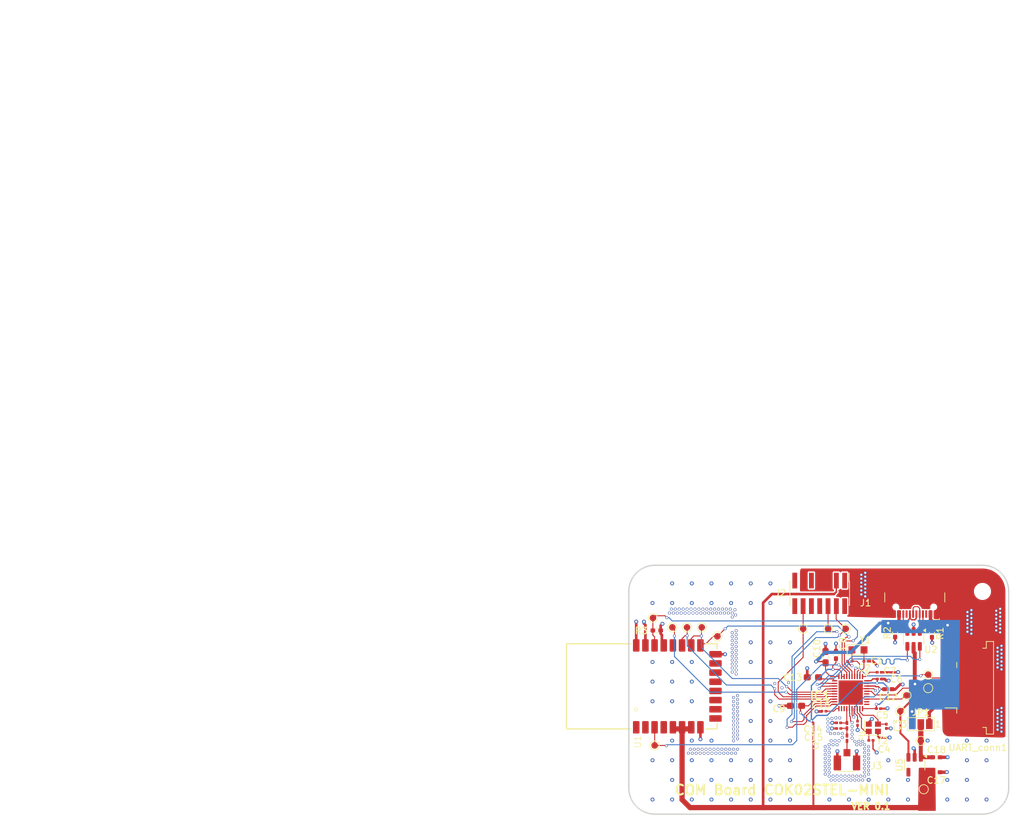
<source format=kicad_pcb>
(kicad_pcb (version 20241229) (generator "pcbnew") (generator_version "9.0")
  (layers (0 "F.Cu" signal) (4 "In1.Cu" signal) (6 "In2.Cu" signal) (2 "B.Cu" signal) (13 "F.Paste" user) (15 "B.Paste" user) (5 "F.SilkS" user "F.Silkscreen") (7 "B.SilkS" user "B.Silkscreen") (1 "F.Mask" user) (3 "B.Mask" user) (25 "Edge.Cuts" user))
  (net 0 "")
  (net 1 "Net-(IC1-P0.00)")
  (net 2 "GND")
  (net 3 "Net-(IC1-P0.01)")
  (net 4 "Net-(IC1-XC2)")
  (net 5 "Net-(IC1-XC1)")
  (net 6 "3.3V_VDD")
  (net 7 "Net-(IC1-DEC1)")
  (net 8 "VBUS")
  (net 9 "Net-(IC1-DEC3)")
  (net 10 "Net-(IC1-DEC4)")
  (net 11 "Net-(IC1-DECUSB)")
  (net 12 "Net-(IC1-ANT)")
  (net 13 "Net-(C15-Pad1)")
  (net 14 "Net-(IC1-DEC5)")
  (net 15 "Net-(JP1-C)")
  (net 16 "/UART_RX")
  (net 17 "/UBS_D-")
  (net 18 "/SPI_CLK")
  (net 20 "/SPI_MOSI")
  (net 21 "/BU-01_RSTn")
  (net 23 "/INT")
  (net 28 "/SPI_CS")
  (net 29 "/BU-01_IRQ")
  (net 30 "/UART_TX")
  (net 31 "/UBS_D+")
  (net 33 "/SPI_MISO")
  (net 34 "Net-(J1-D+-PadA6)")
  (net 35 "Net-(J1-CC1)")
  (net 36 "Net-(J1-CC2)")
  (net 37 "Net-(J1-D--PadA7)")
  (net 38 "5V_VDD")
  (net 40 "Net-(J3-SIG)")
  (net 48 "/nRST")
  (net 49 "/SWDIO")
  (net 53 "/SWDCLK")
  (net 62 "/POWER_EN")
  (footprint "Crystal:Crystal_SMD_2012-2Pin_2.0x1.2mm_HandSoldering" (layer "F.Cu") (at 130.99 98.92)
    (property "Reference" "Y1")
    (property "Value" "32.768kHz Cl=9pF")
  )
  (footprint "Capacitor_SMD:C_0402_1005Metric_Pad0.74x0.62mm_HandSolder" (layer "F.Cu") (at 142.96 117.6)
    (property "Reference" "C17")
    (property "Value" "1uF")
  )
  (footprint "Inductor_SMD:L_0201_0603Metric_Pad0.64x0.40mm_HandSolder" (layer "F.Cu") (at 129.299999 110.487504 -90)
    (property "Reference" "L1" (hide yes))
    (property "Value" "4.7nH")
  )
  (footprint "Capacitor_SMD:C_0603_1608Metric_Pad1.08x0.95mm_HandSolder" (layer "F.Cu") (at 126.04 100.03 90)
    (property "Reference" "C10")
    (property "Value" "4.7uF")
  )
  (footprint "Capacitor_SMD:C_0402_1005Metric_Pad0.74x0.62mm_HandSolder" (layer "F.Cu") (at 142.96 115.32)
    (property "Reference" "C18")
    (property "Value" "1uF")
  )
  (footprint "UFL:HRS_U.FL-R-SMT_01_" (layer "F.Cu") (at 129.310003 116.170005 180)
    (property "Reference" "J3")
    (property "Value" "U.FL-R-SMT_01_")
  )
  (footprint "Connector_PinHeader_1.27mm:PinHeader_2x07_P1.27mm_Vertical_SMD" (layer "F.Cu") (at 125.150007 90.290007 -90)
    (property "Reference" "J2")
    (property "Value" "Conn_ST_STDC14")
  )
  (footprint "Capacitor_SMD:C_0402_1005Metric_Pad0.74x0.62mm_HandSolder" (layer "F.Cu") (at 127.63 99.69 90)
    (property "Reference" "C8")
    (property "Value" "1uF")
  )
  (footprint "Capacitor_SMD:C_0201_0603Metric" (layer "F.Cu") (at 135.32 110.589997 -90)
    (property "Reference" "C3")
    (property "Value" "12pF")
  )
  (footprint "Capacitor_SMD:C_0201_0603Metric" (layer "F.Cu") (at 128.029999 110.060007 180)
    (property "Reference" "C14")
    (property "Value" "1.0pF")
  )
  (footprint "Resistor_SMD:R_0402_1005Metric_Pad0.72x0.64mm_HandSolder" (layer "F.Cu") (at 142.28 96.39 90)
    (property "Reference" "R1")
    (property "Value" "5.1K")
  )
  (footprint "Capacitor_SMD:C_0201_0603Metric" (layer "F.Cu") (at 134.239998 102.339997)
    (property "Reference" "C7")
    (property "Value" "100nF")
  )
  (footprint "bu-01:BU-01" (layer "F.Cu") (at 97.135 110.99 90)
    (property "Reference" "U1")
    (property "Value" "BU-01")
  )
  (footprint "TestPoint:TestPoint_Pad_D1.0mm" (layer "F.Cu") (at 126.430005 95.700006)
    (property "Reference" "TP2" (hide yes))
    (property "Value" "TestPoint")
  )
  (footprint "Capacitor_SMD:C_0201_0603Metric" (layer "F.Cu") (at 134.119999 107.89)
    (property "Reference" "C5")
    (property "Value" "100nF")
  )
  (footprint "TestPoint:TestPoint_Pad_D1.0mm" (layer "F.Cu") (at 141.03 120.2)
    (property "Reference" "TP4" (hide yes))
    (property "Value" "TestPoint")
  )
  (footprint "Package_TO_SOT_SMD:SOT-23-6" (layer "F.Cu") (at 139.482501 97.25 -90)
    (property "Reference" "U2")
    (property "Value" "USBLC6-2SC6")
  )
  (footprint "TestPoint:TestPoint_Pad_D1.0mm" (layer "F.Cu") (at 141.71 102.7)
    (property "Reference" "TP7" (hide yes))
    (property "Value" "TestPoint")
  )
  (footprint "Capacitor_SMD:C_0201_0603Metric" (layer "F.Cu") (at 130.92 110.12 -90)
    (property "Reference" "C11")
    (property "Value" "100pF")
  )
  (footprint "Capacitor_SMD:C_0201_0603Metric" (layer "F.Cu") (at 134.26 103.37)
    (property "Reference" "C6")
    (property "Value" "100nF")
  )
  (footprint "Capacitor_SMD:C_0201_0603Metric" (layer "F.Cu") (at 125.78 108.28 180)
    (property "Reference" "C16")
    (property "Value" "820pF")
  )
  (footprint "TestPoint:TestPoint_Pad_D1.0mm" (layer "F.Cu") (at 138.4 105.87 90)
    (property "Reference" "TP17" (hide yes))
    (property "Value" "TestPoint")
  )
  (footprint "Capacitor_SMD:C_0201_0603Metric" (layer "F.Cu") (at 129.750001 100.649998 180)
    (property "Reference" "C2")
    (property "Value" "12pF")
  )
  (footprint "TestPoint:TestPoint_Pad_D1.0mm" (layer "F.Cu") (at 99.95 113.51)
    (property "Reference" "TP12" (hide yes))
    (property "Value" "TestPoint")
  )
  (footprint "TestPoint:TestPoint_Pad_D1.0mm" (layer "F.Cu") (at 107.14 95.48)
    (property "Reference" "TP9" (hide yes))
    (property "Value" "TestPoint")
  )
  (footprint "Crystal:Crystal_SMD_2016-4Pin_2.0x1.6mm" (layer "F.Cu") (at 133.34 110.81)
    (property "Reference" "Y2")
    (property "Value" "32MHz Cl=8pF")
  )
  (footprint "Connector_USB:USB_C_Receptacle_GCT_USB4110" (layer "F.Cu") (at 139.660001 89.769997 180)
    (property "Reference" "J1")
    (property "Value" "USB_C_Receptacle_USB2.0_16P")
  )
  (footprint "Capacitor_SMD:C_0201_0603Metric" (layer "F.Cu") (at 132.220001 100.650001)
    (property "Reference" "C1")
    (property "Value" "12pF")
  )
  (footprint "TestPoint:TestPoint_Pad_D1.0mm" (layer "F.Cu") (at 141.71 104.77)
    (property "Reference" "TP6" (hide yes))
    (property "Value" "TestPoint")
  )
  (footprint "TestPoint:TestPoint_Pad_D1.0mm" (layer "F.Cu") (at 129.120007 95.700005)
    (property "Reference" "TP3" (hide yes))
    (property "Value" "TestPoint")
  )
  (footprint "TestPoint:TestPoint_Pad_D1.0mm" (layer "F.Cu") (at 140.58 112.82)
    (property "Reference" "TP5" (hide yes))
    (property "Value" "TestPoint")
  )
  (footprint "Connector_FFC-FPC:TE_84952-6_1x06-1MP_P1.0mm_Horizontal" (layer "F.Cu") (at 146.979999 104.709999 90)
    (property "Reference" "UART_conn1")
    (property "Value" "FFC-FPC:TE_84952_6")
  )
  (footprint "Inductor_SMD:L_0201_0603Metric_Pad0.64x0.40mm_HandSolder" (layer "F.Cu") (at 129.309998 112.410007 -90)
    (property "Reference" "L2")
    (property "Value" "2.2nH")
  )
  (footprint "Capacitor_SMD:C_0201_0603Metric" (layer "F.Cu") (at 132.965003 112.74)
    (property "Reference" "C4")
    (property "Value" "12pF")
  )
  (footprint "TestPoint:TestPoint_Pad_D1.0mm" (layer "F.Cu") (at 104.89 95.48)
    (property "Reference" "TP8" (hide yes))
    (property "Value" "TestPoint")
  )
  (footprint "Resistor_SMD:R_0402_1005Metric_Pad0.72x0.64mm_HandSolder" (layer "F.Cu") (at 100.27 95.96)
    (property "Reference" "R3")
    (property "Value" "5.1K")
  )
  (footprint "Capacitor_SMD:C_0201_0603Metric" (layer "F.Cu") (at 128.049999 110.920004 180)
    (property "Reference" "C15")
    (property "Value" "1.2pF")
  )
  (footprint "MountingHole:MountingHole_2.2mm_M2" (layer "F.Cu") (at 150 120)
    (property "Reference" "H3" (hide yes))
    (property "Value" "MountingHole")
  )
  (footprint "Package_TO_SOT_SMD:SOT-23-5" (layer "F.Cu") (at 139.642501 116.46 -90)
    (property "Reference" "U5")
    (property "Value" "AP2112K-3.3")
  )
  (footprint "MountingHole:MountingHole_2.2mm_M2" (layer "F.Cu") (at 100 90)
    (property "Reference" "H4" (hide yes))
    (property "Value" "MountingHole")
  )
  (footprint "NRF52qdaa:QFN40P500X500X90-41N-D" (layer "F.Cu") (at 129.88 105.44 -90)
    (property "Reference" "IC1")
    (property "Value" "nRF52820-QDAA-R" (hide yes))
  )
  (footprint "TestPoint:TestPoint_Pad_D1.0mm" (layer "F.Cu") (at 99.69 94.05)
    (property "Reference" "TP13" (hide yes))
    (property "Value" "TestPoint")
  )
  (footprint "MountingHole:MountingHole_2.2mm_M2" (layer "F.Cu") (at 100 120)
    (property "Reference" "H2" (hide yes))
    (property "Value" "MountingHole")
  )
  (footprint "Jumper:SolderJumper-3_P1.3mm_Open_Pad1.0x1.5mm_NumberLabels" (layer "F.Cu") (at 140.579999 110.260003 180)
    (property "Reference" "JP1")
    (property "Value" "SolderJumper_3_Open")
  )
  (footprint "TestPoint:TestPoint_Pad_D1.0mm" (layer "F.Cu") (at 109.53 96.86)
    (property "Reference" "TP11" (hide yes))
    (property "Value" "TestPoint")
  )
  (footprint "TestPoint:TestPoint_Pad_D1.0mm" (layer "F.Cu") (at 102.65 95.48)
    (property "Reference" "TP10" (hide yes))
    (property "Value" "TestPoint")
  )
  (footprint "Capacitor_SMD:C_0402_1005Metric_Pad0.74x0.62mm_HandSolder" (layer "F.Cu") (at 135.62 104.92)
    (property "Reference" "C12")
    (property "Value" "1uF")
  )
  (footprint "Resistor_SMD:R_0402_1005Metric_Pad0.72x0.64mm_HandSolder" (layer "F.Cu") (at 136.66 96.35 90)
    (property "Reference" "R2")
    (property "Value" "5.1K")
  )
  (footprint "Capacitor_SMD:C_0603_1608Metric_Pad1.08x0.95mm_HandSolder" (layer "F.Cu") (at 124.11 103.11 180)
    (property "Reference" "C13")
    (property "Value" "4.7uF")
  )
  (footprint "MountingHole:MountingHole_2.2mm_M2" (layer "F.Cu") (at 150 90)
    (property "Reference" "H1" (hide yes))
    (property "Value" "MountingHole")
  )
  (footprint "TestPoint:TestPoint_Pad_D1.0mm" (layer "F.Cu") (at 122.620004 95.70001)
    (property "Reference" "TP1" (hide yes))
    (property "Value" "TestPoint")
  )
  (footprint "Capacitor_SMD:C_0603_1608Metric_Pad1.08x0.95mm_HandSolder" (layer "F.Cu") (at 121.52 107.46 180)
    (property "Reference" "C9")
    (property "Value" "4.7uF")
  )
  (footprint "TestPoint:TestPoint_Pad_D1.0mm" (layer "F.Cu") (at 137.45 108.28 90)
    (property "Reference" "TP16" (hide yes))
    (property "Value" "TestPoint")
  )
  (gr_line (start 150 86) (end 100 86) (stroke (width 0.2)) (layer "Edge.Cuts"))
  (gr_arc (start 96 90) (mid 97.171573 87.171573) (end 100 86) (stroke (width 0.2)) (layer "Edge.Cuts"))
  (gr_arc (start 100 124) (mid 97.171573 122.828427) (end 96 120) (stroke (width 0.2)) (layer "Edge.Cuts"))
  (gr_arc (start 154 120) (mid 152.828427 122.828427) (end 150 124) (stroke (width 0.2)) (layer "Edge.Cuts"))
  (gr_arc (start 150 86) (mid 152.828427 87.171573) (end 154 90) (stroke (width 0.2)) (layer "Edge.Cuts"))
  (gr_line (start 100 124) (end 150 124) (stroke (width 0.2)) (layer "Edge.Cuts"))
  (gr_line (start 96 120) (end 96 90) (stroke (width 0.2)) (layer "Edge.Cuts"))
  (gr_line (start 154 120) (end 154 90) (stroke (width 0.2)) (layer "Edge.Cuts"))
  (gr_text "VER 0.1\n" (at 129.84 123.38 0) (layer "F.SilkS") (effects (font (size 1 1) (thickness 0.25) (bold yes)) (justify left bottom)))
  (gr_text "COM Board COK02STEL-MINI " (at 102.84 121.19 0) (layer "F.SilkS") (effects (font (size 1.5 1.5) (thickness 0.3) (bold yes)) (justify left bottom)))
  (segment (start 131.900002 98.934998) (end 131.915 98.92) (width 0.15) (layer "F.Cu") (net 1))
  (segment (start 131.900002 100.649997) (end 131.900002 98.934998) (width 0.15) (layer "F.Cu") (net 1))
  (segment (start 131.279998 102.330002) (end 131.900002 101.709998) (width 0.15) (layer "F.Cu") (net 1))
  (segment (start 131.279998 102.990001) (end 131.279998 102.330002) (width 0.15) (layer "F.Cu") (net 1))
  (segment (start 131.900002 101.709998) (end 131.900002 100.649997) (width 0.15) (layer "F.Cu") (net 1))
  (segment (start 98.31 94.89) (end 98.31 94.62) (width 0.4) (layer "F.Cu") (net 2))
  (segment (start 133.360001 104.840001) (end 132.329998 104.840001) (width 0.15) (layer "F.Cu") (net 2))
  (segment (start 101.335 97.989999) (end 101.05 97.704999) (width 0.4) (layer "F.Cu") (net 2))
  (segment (start 130.07 101.344732) (end 129.924743 101.344732) (width 0.2) (layer "F.Cu") (net 2))
  (segment (start 133.95 101.37) (end 133.230005 100.650005) (width 0.4) (layer "F.Cu") (net 2))
  (segment (start 126.039999 99.167497) (end 126.04 97.99) (width 0.4) (layer "F.Cu") (net 2))
  (segment (start 123.24 101.73) (end 123.24 102.495006) (width 0.4) (layer "F.Cu") (net 2))
  (segment (start 144.53 117.6) (end 144.55 117.58) (width 0.5) (layer "F.Cu") (net 2))
  (segment (start 129.85 109.75) (end 130.1 110) (width 0.15) (layer "F.Cu") (net 2))
  (segment (start 123.247497 102.502503) (end 123.247497 103.110001) (width 0.4) (layer "F.Cu") (net 2))
  (segment (start 144.660001 115.319999) (end 144.67 115.31) (width 0.4) (layer "F.Cu") (net 2))
  (segment (start 135.34 103.62) (end 135.329998 103.630002) (width 0.4) (layer "F.Cu") (net 2))
  (segment (start 109.485 99.590001) (end 110.7 99.590001) (width 0.4) (layer "F.Cu") (net 2))
  (segment (start 133.110002 109.484999) (end 132.600002 109.994999) (width 0.3) (layer "F.Cu") (net 2))
  (segment (start 137.12 102.315) (end 137.085 102.35) (width 0.4) (layer "F.Cu") (net 2))
  (segment (start 106.935 110.99) (end 106.935 112.485) (width 0.4) (layer "F.Cu") (net 2))
  (segment (start 139.48 95.154998) (end 139.482501 95.157499) (width 0.3) (layer "F.Cu") (net 2))
  (segment (start 134.04 112.139997) (end 134.04 111.36) (width 0.3) (layer "F.Cu") (net 2))
  (segment (start 133.285002 114.034999) (end 133.285002 112.740004) (width 0.2) (layer "F.Cu") (net 2))
  (segment (start 129.704001 108.565997) (end 129.729 108.565997) (width 0.15) (layer "F.Cu") (net 2))
  (segment (start 127.710001 110.060002) (end 127.05 110.060002) (width 0.3) (layer "F.Cu") (net 2))
  (segment (start 127.835002 116.170007) (end 127.835002 114.514998) (width 0.4) (layer "F.Cu") (net 2))
  (segment (start 129.68 105.64) (end 129.68 107.89) (width 0.15) (layer "F.Cu") (net 2))
  (segment (start 129.924743 101.344732) (end 129.430003 100.849992) (width 0.2) (layer "F.Cu") (net 2))
  (segment (start 129.847252 109.167137) (end 129.847252 109.379269) (width 0.15) (layer "F.Cu") (net 2))
  (segment (start 137.085 102.35) (end 134.569996 102.35) (width 0.35) (layer "F.Cu") (net 2))
  (segment (start 133.230005 100.650005) (end 132.54 100.650005) (width 0.4) (layer "F.Cu") (net 2))
  (segment (start 130.479999 104.840001) (end 132.329998 104.840001) (width 0.15) (layer "F.Cu") (net 2))
  (segment (start 135.66 103.62) (end 135.34 103.62) (width 0.4) (layer "F.Cu") (net 2))
  (segment (start 101.05 96.63) (end 100.8675 96.4475) (width 0.4) (layer "F.Cu") (net 2))
  (segment (start 134.569996 102.35) (end 134.559997 102.340001) (width 0.4) (layer "F.Cu") (net 2))
  (segment (start 100.8675 95.2125) (end 100.8675 95.96) (width 0.4) (layer "F.Cu") (net 2))
  (segment (start 101.05 97.704999) (end 101.05 96.63) (width 0.4) (layer "F.Cu") (net 2))
  (segment (start 129.729 108.565997) (end 129.729 109.048885) (width 0.15) (layer "F.Cu") (net 2))
  (segment (start 125.419997 108.32) (end 125.460002 108.279995) (width 0.4) (layer "F.Cu") (net 2))
  (segment (start 123.24 102.495006) (end 123.247497 102.502503) (width 0.4) (layer "F.Cu") (net 2))
  (segment (start 129.85 109.382017) (end 129.85 109.75) (width 0.15) (layer "F.Cu") (net 2))
  (segment (start 98.535001 97.99) (end 98.535001 95.115001) (width 0.4) (layer "F.Cu") (net 2))
  (segment (start 129.729 109.048885) (end 129.847252 109.167137) (width 0.15) (layer "F.Cu") (net 2))
  (segment (start 129.68 107.89) (end 129.704001 107.914001) (width 0.15) (layer "F.Cu") (net 2))
  (segment (start 135.790002 112.339999) (end 134.240002 112.339999) (width 0.3) (layer "F.Cu") (net 2))
  (segment (start 139.642501 115.322501) (end 139.642501 114.152501) (width 0.4) (layer "F.Cu") (net 2))
  (segment (start 97.135 94.61) (end 97.135 97.99) (width 0.4) (layer "F.Cu") (net 2))
  (segment (start 127.63 99.122502) (end 127.63 97.96) (width 0.2) (layer "F.Cu") (net 2))
  (segment (start 130.785004 116.170003) (end 130.785004 114.464996) (width 0.4) (layer "F.Cu") (net 2))
  (segment (start 136.66 96.9475) (end 136.66 97.79) (width 0.3) (layer "F.Cu") (net 2))
  (segment (start 142.28 96.9875) (end 142.28 97.8) (width 0.3) (layer "F.Cu") (net 2))
  (segment (start 133.850002 114.599999) (end 133.285002 114.034999) (width 0.2) (layer "F.Cu") (net 2))
  (segment (start 134.240002 112.339999) (end 134.04 112.139997) (width 0.3) (layer "F.Cu") (net 2))
  (segment (start 127.835002 114.514998) (end 127.85 114.5) (width 0.4) (layer "F.Cu") (net 2))
  (segment (start 144.55 117.58) (end 144.56 117.57) (width 0.5) (layer "F.Cu") (net 2))
  (segment (start 135.329998 103.630002) (end 135.07 103.370004) (width 0.4) (layer "F.Cu") (net 2))
  (segment (start 139.48 95.05) (end 139.48 95.154998) (width 0.3) (layer "F.Cu") (net 2))
  (segment (start 98.535001 95.115001) (end 98.31 94.89) (width 0.4) (layer "F.Cu") (net 2))
  (segment (start 124.67 108.32) (end 125.419997 108.32) (width 0.4) (layer "F.Cu") (net 2))
  (segment (start 129.88 105.44) (end 130.479999 104.840001) (width 0.15) (layer "F.Cu") (net 2))
  (segment (start 136.649999 104.970001) (end 136.409999 104.970001) (width 0.4) (layer "F.Cu") (net 2))
  (segment (start 142.28 97.8) (end 142.32 97.84) (width 0.3) (layer "F.Cu") (net 2))
  (segment (start 118.95 107.46) (end 118.950001 107.460001) (width 0.4) (layer "F.Cu") (net 2))
  (segment (start 135.439996 107.890004) (end 135.49 107.84) (width 0.3) (layer "F.Cu") (net 2))
  (segment (start 100.8675 96.4475) (end 100.8675 95.96) (width 0.4) (layer "F.Cu") (net 2))
  (segment (start 118.950001 107.460001) (end 120.657497 107.460001) (width 0.4) (layer "F.Cu") (net 2))
  (segment (start 101.14 94.94) (end 100.8675 95.2125) (width 0.4) (layer "F.Cu") (net 2))
  (segment (start 129.430003 100.849992) (end 129.430003 100.649993) (width 0.2) (layer "F.Cu") (net 2))
  (segment (start 129.847252 109.379269) (end 129.85 109.382017) (width 0.15) (layer "F.Cu") (net 2))
  (segment (start 129.88 105.44) (end 129.68 105.64) (width 0.15) (layer "F.Cu") (net 2))
  (segment (start 130.919997 110.44) (end 130.919997 111.139997) (width 0.15) (layer "F.Cu") (net 2))
  (segment (start 130.919997 111.139997) (end 130.94 111.16) (width 0.15) (layer "F.Cu") (net 2))
  (segment (start 143.5275 117.6) (end 144.53 117.6) (width 0.5) (layer "F.Cu") (net 2))
  (segment (start 133.65 105.13) (end 133.360001 104.840001) (width 0.15) (layer "F.Cu") (net 2))
  (segment (start 137.424008 104.195992) (end 136.649999 104.970001) (width 0.4) (layer "F.Cu") (net 2))
  (segment (start 143.527498 115.319999) (end 144.660001 115.319999) (width 0.5) (layer "F.Cu") (net 2))
  (segment (start 139.642501 114.152501) (end 139.53 114.04) (width 0.4) (layer "F.Cu") (net 2))
  (segment (start 134.439998 107.890004) (end 135.439996 107.890004) (width 0.3) (layer "F.Cu") (net 2))
  (segment (start 135.84 110.909997) (end 135.319997 110.909997) (width 0.3) (layer "F.Cu") (net 2))
  (segment (start 139.482501 95.157499) (end 139.482501 96.112501) (width 0.3) (layer "F.Cu") (net 2))
  (segment (start 135.07 103.370004) (end 134.579999 103.370004) (width 0.4) (layer "F.Cu") (net 2))
  (segment (start 129.704001 107.914001) (end 129.704001 108.565997) (width 0.15) (layer "F.Cu") (net 2))
  (segment (start 127.01 110.919999) (end 127.730001 110.919999) (width 0.3) (layer "F.Cu") (net 2))
  (segment (start 137.806235 104.195992) (end 137.424008 104.195992) (width 0.4) (layer "F.Cu") (net 2))
  (via (at 152.699998 93.249999) (size 0.45) (drill 0.3) (layers "F.Cu" "B.Cu") (net 2))
  (via (at 112.4 99.000003) (size 0.45) (drill 0.3) (layers "F.Cu" "B.Cu") (net 2))
  (via (at 108.62 88.77) (size 0.6) (drill 0.3) (layers "F.Cu" "B.Cu") (net 2))
  (via (at 112.4 96.000003) (size 0.45) (drill 0.3) (layers "F.Cu" "B.Cu") (net 2))
  (via (at 107.299995 92.699993) (size 0.45) (drill 0.3) (layers "F.Cu" "B.Cu") (net 2))
  (via (at 120.62 121.77) (size 0.6) (drill 0.3) (layers "F.Cu" "B.Cu") (net 2))
  (via (at 133.95 101.37) (size 0.45) (drill 0.3) (layers "F.Cu" "B.Cu") (net 2))
  (via (at 104.899995 92.699993) (size 0.45) (drill 0.3) (layers "F.Cu" "B.Cu") (net 2))
  (via (at 131.499998 87.45) (size 0.45) (drill 0.3) (layers "F.Cu" "B.Cu") (net 2))
  (via (at 126.599994 117.599999) (size 0.45) (drill 0.3) (layers "F.Cu" "B.Cu") (net 2))
  (via (at 114.62 112.77) (size 0.6) (drill 0.3) (layers "F.Cu" "B.Cu") (net 2))
  (via (at 152.899999 109.599999) (size 0.45) (drill 0.3) (layers "F.Cu" "B.Cu") (net 2))
  (via (at 132.099999 89.549998) (size 0.45) (drill 0.3) (layers "F.Cu" "B.Cu") (net 2))
  (via (at 102.62 106.77) (size 0.6) (drill 0.3) (layers "F.Cu" "B.Cu") (net 2))
  (via (at 114.62 88.77) (size 0.6) (drill 0.3) (layers "F.Cu" "B.Cu") (net 2))
  (via (at 131.099999 112.899999) (size 0.45) (drill 0.3) (layers "F.Cu" "B.Cu") (net 2))
  (via (at 125.999993 116.699995) (size 0.45) (drill 0.3) (layers "F.Cu" "B.Cu") (net 2))
  (via (at 147.699997 94.349999) (size 0.45) (drill 0.3) (layers "F.Cu" "B.Cu") (net 2))
  (via (at 152.099997 94.749999) (size 0.45) (drill 0.3) (layers "F.Cu" "B.Cu") (net 2))
  (via (at 152.899997 101.899999) (size 0.45) (drill 0.3) (layers "F.Cu" "B.Cu") (net 2))
  (via (at 112.600006 112.500005) (size 0.45) (drill 0.3) (layers "F.Cu" "B.Cu") (net 2))
  (via (at 105.2 93.299994) (size 0.45) (drill 0.3) (layers "F.Cu" "B.Cu") (net 2))
  (via (at 132 117.6) (size 0.45) (drill 0.3) (layers "F.Cu" "B.Cu") (net 2))
  (via (at 132 117) (size 0.45) (drill 0.3) (layers "F.Cu" "B.Cu") (net 2))
  (via (at 111.999999 109.200003) (size 0.45) (drill 0.3) (layers "F.Cu" "B.Cu") (net 2))
  (via (at 112.6 110.700003) (size 0.45) (drill 0.3) (layers "F.Cu" "B.Cu") (net 2))
  (via (at 147.699998 93.749999) (size 0.45) (drill 0.3) (layers "F.Cu" "B.Cu") (net 2))
  (via (at 112.600002 107.700007) (size 0.45) (drill 0.3) (layers "F.Cu" "B.Cu") (net 2))
  (via (at 125.999998 113.699998) (size 0.45) (drill 0.3) (layers "F.Cu" "B.Cu") (net 2))
  (via (at 111.799996 98.100002) (size 0.45) (drill 0.3) (layers "F.Cu" "B.Cu") (net 2))
  (via (at 108.62 115.77) (size 0.6) (drill 0.3) (layers "F.Cu" "B.Cu") (net 2))
  (via (at 123.24 101.73) (size 0.6) (drill 0.3) (layers "F.Cu" "B.Cu") (net 2))
  (via (at 135.49 107.84) (size 0.6) (drill 0.3) (layers "F.Cu" "B.Cu") (net 2))
  (via (at 135.62 115.77) (size 0.6) (drill 0.3) (layers "F.Cu" "B.Cu") (net 2))
  (via (at 105.62 91.77) (size 0.6) (drill 0.3) (layers "F.Cu" "B.Cu") (net 2))
  (via (at 109.6 114.1) (size 0.45) (drill 0.3) (layers "F.Cu" "B.Cu") (net 2))
  (via (at 128.2 109.3) (size 0.45) (drill 0.3) (layers "F.Cu" "B.Cu") (net 2))
  (via (at 111.999994 108.000004) (size 0.45) (drill 0.3) (layers "F.Cu" "B.Cu") (net 2))
  (via (at 111.799995 99.900001) (size 0.45) (drill 0.3) (layers "F.Cu" "B.Cu") (net 2))
  (via (at 108.8 93.3) (size 0.45) (drill 0.3) (layers "F.Cu" "B.Cu") (net 2))
  (via (at 126.599998 114.599998) (size 0.45) (drill 0.3) (layers "F.Cu" "B.Cu") (net 2))
  (via (at 128.099996 112.800004) (size 0.45) (drill 0.3) (layers "F.Cu" "B.Cu") (net 2))
  (via (at 126.599998 116.999997) (size 0.45) (drill 0.3) (layers "F.Cu" "B.Cu") (net 2))
  (via (at 131.999999 115.8) (size 0.45) (drill 0.3) (layers "F.Cu" "B.Cu") (net 2))
  (via (at 128.6 111.7) (size 0.45) (drill 0.3) (layers "F.Cu" "B.Cu") (net 2))
  (via (at 111.999998 112.800002) (size 0.45) (drill 0.3) (layers "F.Cu" "B.Cu") (net 2))
  (via (at 148.299999 95.249998) (size 0.45) (drill 0.3) (layers "F.Cu" "B.Cu") (net 2))
  (via (at 127.05 110.060002) (size 0.6) (drill 0.3) (layers "F.Cu" "B.Cu") (net 2))
  (via (at 108.099995 114.700007) (size 0.45) (drill 0.3) (layers "F.Cu" "B.Cu") (net 2))
  (via (at 105.62 112.77) (size 0.6) (drill 0.3) (layers "F.Cu" "B.Cu") (net 2))
  (via (at 152.899999 100.699998) (size 0.45) (drill 0.3) (layers "F.Cu" "B.Cu") (net 2))
  (via (at 127.8 113.4) (size 0.45) (drill 0.3) (layers "F.Cu" "B.Cu") (net 2))
  (via (at 130.5 118.8) (size 0.45) (drill 0.3) (layers "F.Cu" "B.Cu") (net 2))
  (via (at 105.62 100.77) (size 0.6) (drill 0.3) (layers "F.Cu" "B.Cu") (net 2))
  (via (at 112.600003 111.900003) (size 0.45) (drill 0.3) (layers "F.Cu" "B.Cu") (net 2))
  (via (at 102.62 121.77) (size 0.6) (drill 0.3) (layers "F.Cu" "B.Cu") (net 2))
  (via (at 117.62 112.77) (size 0.6) (drill 0.3) (layers "F.Cu" "B.Cu") (net 2))
  (via (at 152.699998 95.65) (size 0.45) (drill 0.3) (layers "F.Cu" "B.Cu") (net 2))
  (via (at 111.799996 101.100002) (size 0.45) (drill 0.3) (layers "F.Cu" "B.Cu") (net 2))
  (via (at 111.799994 101.700004) (size 0.45) (drill 0.3) (layers "F.Cu" "B.Cu") (net 2))
  (via (at 111.799995 93.900001) (size 0.45) (drill 0.3) (layers "F.Cu" "B.Cu") (net 2))
  (via (at 109.699992 92.700001) (size 0.45) (drill 0.3) (layers "F.Cu" "B.Cu") (net 2))
  (via (at 102.62 112.77) (size 0.6) (drill 0.3) (layers "F.Cu" "B.Cu") (net 2))
  (via (at 131.7 112.9) (size 0.45) (drill 0.3) (layers "F.Cu" "B.Cu") (net 2))
  (via (at 147.62 112.77) (size 0.6) (drill 0.3) (layers "F.Cu" "B.Cu") (net 2))
  (via (at 147.699998 96.149999) (size 0.45) (drill 0.3) (layers "F.Cu" "B.Cu") (net 2))
  (via (at 132 113.4) (size 0.45) (drill 0.3) (layers "F.Cu" "B.Cu") (net 2))
  (via (at 102.199997 93.299998) (size 0.45) (drill 0.3) (layers "F.Cu" "B.Cu") (net 2))
  (via (at 111.799999 100.500003) (size 0.45) (drill 0.3) (layers "F.Cu" "B.Cu") (net 2))
  (via (at 147.62 115.77) (size 0.6) (drill 0.3) (layers "F.Cu" "B.Cu") (net 2))
  (via (at 105.500002 92.699994) (size 0.45) (drill 0.3) (layers "F.Cu" "B.Cu") (net 2))
  (via (at 126.4 110.1) (size 0.45) (drill 0.3) (layers "F.Cu" "B.Cu") (net 2))
  (via (at 135.830002 112.299999) (size 0.6) (drill 0.3) (layers "F.Cu" "B.Cu") (net 2))
  (via (at 131.499998 89.849999) (size 0.45) (drill 0.3) (layers "F.Cu" "B.Cu") (net 2))
  (via (at 105.099996 114.700002) (size 0.45) (drill 0.3) (layers "F.Cu" "B.Cu") (net 2))
  (via (at 112.400002 98.400007) (size 0.45) (drill 0.3) (layers "F.Cu" "B.Cu") (net 2))
  (via (at 131.4 118.2) (size 0.45) (drill 0.3) (layers "F.Cu" "B.Cu") (net 2))
  (via (at 117.62 91.77) (size 0.6) (drill 0.3) (layers "F.Cu" "B.Cu") (net 2))
  (via (at 111.999999 106.800003) (size 0.45) (drill 0.3) (layers "F.Cu" "B.Cu") (net 2))
  (via (at 110.199998 114.100004) (size 0.45) (drill 0.3) (layers "F.Cu" "B.Cu") (net 2))
  (via (at 117.62 118.77) (size 0.6) (drill 0.3) (layers "F.Cu" "B.Cu") (net 2))
  (via (at 102.499995 92.699993) (size 0.45) (drill 0.3) (layers "F.Cu" "B.Cu") (net 2))
  (via (at 106.93 112.56) (size 0.6) (drill 0.3) (layers "F.Cu" "B.Cu") (net 2))
  (via (at 128.7 118.8) (size 0.45) (drill 0.3) (layers "F.Cu" "B.Cu") (net 2))
  (via (at 109.100003 92.699992) (size 0.45) (drill 0.3) (layers "F.Cu" "B.Cu") (net 2))
  (via (at 117.62 100.77) (size 0.6) (drill 0.3) (layers "F.Cu" "B.Cu") (net 2))
  (via (at 130.94 111.16) (size 0.6) (drill 0.3) (layers "F.Cu" "B.Cu") (net 2))
  (via (at 152.299998 98.6) (size 0.45) (drill 0.3) (layers "F.Cu" "B.Cu") (net 2))
  (via (at 99.62 115.77) (size 0.6) (drill 0.3) (layers "F.Cu" "B.Cu") (net 2))
  (via (at 132.600002 115.500001) (size 0.45) (drill 0.3) (layers "F.Cu" "B.Cu") (net 2))
  (via (at 112.599999 107.100005) (size 0.45) (drill 0.3) (layers "F.Cu" "B.Cu") (net 2))
  (via (at 114.62 97.77) (size 0.6) (drill 0.3) (layers "F.Cu" "B.Cu") (net 2))
  (via (at 132.599999 117.9) (size 0.45) (drill 0.3) (layers "F.Cu" "B.Cu") (net 2))
  (via (at 152.899998 108.399999) (size 0.45) (drill 0.3) (layers "F.Cu" "B.Cu") (net 2))
  (via (at 130.2 118.2) (size 0.45) (drill 0.3) (layers "F.Cu" "B.Cu") (net 2))
  (via (at 117.62 115.77) (size 0.6) (drill 0.3) (layers "F.Cu" "B.Cu") (net 2))
  (via (at 112.399999 100.800005) (size 0.45) (drill 0.3) (layers "F.Cu" "B.Cu") (net 2))
  (via (at 152.299998 100.999999) (size 0.45) (drill 0.3) (layers "F.Cu" "B.Cu") (net 2))
  (via (at 114.62 91.77) (size 0.6) (drill 0.3) (layers "F.Cu" "B.Cu") (net 2))
  (via (at 125.999993 115.500001) (size 0.45) (drill 0.3) (layers "F.Cu" "B.Cu") (net 2))
  (via (at 112.600004 111.299998) (size 0.45) (drill 0.3) (layers "F.Cu" "B.Cu") (net 2))
  (via (at 152.699999 94.449999) (size 0.45) (drill 0.3) (layers "F.Cu" "B.Cu") (net 2))
  (via (at 130.07 101.344732) (size 0.45) (drill 0.3) (layers "F.Cu" "B.Cu") (net 2))
  (via (at 117.62 121.77) (size 0.6) (drill 0.3) (layers "F.Cu" "B.Cu") (net 2))
  (via (at 102.62 118.77) (size 0.6) (drill 0.3) (layers "F.Cu" "B.Cu") (net 2))
  (via (at 131.499997 89.249999) (size 0.45) (drill 0.3) (layers "F.Cu" "B.Cu") (net 2))
  (via (at 98.31 94.62) (size 0.6) (drill 0.3) (layers "F.Cu" "B.Cu") (net 2))
  (via (at 130.8 114.4) (size 0.6) (drill 0.3) (layers "F.Cu" "B.Cu") (net 2))
  (via (at 132.62 118.77) (size 0.6) (drill 0.3) (layers "F.Cu" "B.Cu") (net 2))
  (via (at 112.4 96.6) (size 0.45) (drill 0.3) (layers "F.Cu" "B.Cu") (net 2))
  (via (at 112.2 92.8) (size 0.45) (drill 0.3) (layers "F.Cu" "B.Cu") (net 2))
  (via (at 111.62 118.77) (size 0.6) (drill 0.3) (layers "F.Cu" "B.Cu") (net 2))
  (via (at 131.1 118.8) (size 0.45) (drill 0.3) (layers "F.Cu" "B.Cu") (net 2))
  (via (at 105.699999 114.700003) (size 0.45) (drill 0.3) (layers "F.Cu" "B.Cu") (net 2))
  (via (at 132.099998 87.149999) (size 0.45) (drill 0.3) (layers "F.Cu" "B.Cu") (net 2))
  (via (at 152.099998 95.949999) (size 0.45) (drill 0.3) (layers "F.Cu" "B.Cu") (net 2))
  (via (at 127.6 109.3) (size 0.45) (drill 0.3) (layers "F.Cu" "B.Cu") (net 2))
  (via (at 129.3 118.8) (size 0.45) (drill 0.3) (layers "F.Cu" "B.Cu") (net 2))
  (via (at 114.62 115.77) (size 0.6) (drill 0.3) (layers "F.Cu" "B.Cu") (net 2))
  (via (at 132.600001 116.699999) (size 0.45) (drill 0.3) (layers "F.Cu" "B.Cu") (net 2))
  (via (at 120.39 103.92) (size 0.45) (drill 0.3) (layers "F.Cu" "B.Cu") (net 2))
  (via (at 124.67 108.32) (size 0.6) (drill 0.3) (layers "F.Cu" "B.Cu") (net 2))
  (via (at 102.62 115.77) (size 0.6) (drill 0.3) (layers "F.Cu" "B.Cu") (net 2))
  (via (at 111.8 102.3) (size 0.45) (drill 0.3) (layers "F.Cu" "B.Cu") (net 2))
  (via (at 148.299998 95.85) (size 0.45) (drill 0.3) (layers "F.Cu" "B.Cu") (net 2))
  (via (at 110.499999 114.700003) (size 0.45) (drill 0.3) (layers "F.Cu" "B.Cu") (net 2))
  (via (at 126.9 118.8) (size 0.45) (drill 0.3) (layers "F.Cu" "B.Cu") (net 2))
  (via (at 105.62 103.77) (size 0.6) (drill 0.3) (layers "F.Cu" "B.Cu") (net 2))
  (via (at 108.999998 114.100006) (size 0.45) (drill 0.3) (layers "F.Cu" "B.Cu") (net 2))
  (via (at 108.62 91.77) (size 0.6) (drill 0.3) (layers "F.Cu" "B.Cu") (net 2))
  (via (at 111.999996 109.800002) (size 0.45) (drill 0.3) (layers "F.Cu" "B.Cu") (net 2))
  (via (at 132.099997 90.749999) (size 0.45) (drill 0.3) (layers "F.Cu" "B.Cu") (net 2))
  (via (at 106.700003 92.699992) (size 0.45) (drill 0.3) (layers "F.Cu" "B.Cu") (net 2))
  (via (at 130.499996 112.899996) (size 0.45) (drill 0.3) (layers "F.Cu" "B.Cu") (net 2))
  (via (at 111.099998 114.700006) (size 0.45) (drill 0.3) (layers "F.Cu" "B.Cu") (net 2))
  (via (at 109.899996 114.700002) (size 0.45) (drill 0.3) (layers "F.Cu" "B.Cu") (net 2))
  (via (at 117.62 106.77) (size 0.6) (drill 0.3) (layers "F.Cu" "B.Cu") (net 2))
  (via (at 132 115.2) (size 0.45) (drill 0.3) (layers "F.Cu" "B.Cu") (net 2))
  (via (at 144.62 112.77) (size 0.6) (drill 0.3) (layers "F.Cu" "B.Cu") (net 2))
  (via (at 127.199999 113.399999) (size 0.45) (drill 0.3) (layers "F.Cu" "B.Cu") (net 2))
  (via (at 136.66 97.79) (size 0.6) (drill 0.3) (layers "F.Cu" "B.Cu") (net 2))
  (via (at 132.099998 87.749999) (size 0.45) (drill 0.3) (layers "F.Cu" "B.Cu") (net 2))
  (via (at 150.62 112.77) (size 0.6) (drill 0.3) (layers "F.Cu" "B.Cu") (net 2))
  (via (at 144.62 118.77) (size 0.6) (drill 0.3) (layers "F.Cu" "B.Cu") (net 2))
  (via (at 112.4 102.000003) (size 0.45) (drill 0.3) (layers "F.Cu" "B.Cu") (net 2))
  (via (at 112.399999 97.800005) (size 0.45) (drill 0.3) (layers "F.Cu" "B.Cu") (net 2))
  (via (at 112.599999 109.500005) (size 0.45) (drill 0.3) (layers "F.Cu" "B.Cu") (net 2))
  (via (at 111.699999 114.700007) (size 0.45) (drill 0.3) (layers "F.Cu" "B.Cu") (net 2))
  (via (at 120.62 97.77) (size 0.6) (drill 0.3) (layers "F.Cu" "B.Cu") (net 2))
  (via (at 99.62 106.77) (size 0.6) (drill 0.3) (layers "F.Cu" "B.Cu") (net 2))
  (via (at 114.62 100.77) (size 0.6) (drill 0.3) (layers "F.Cu" "B.Cu") (net 2))
  (via (at 108.399999 114.100002) (size 0.45) (drill 0.3) (layers "F.Cu" "B.Cu") (net 2))
  (via (at 112.6 105.9) (size 0.45) (drill 0.3) (layers "F.Cu" "B.Cu") (net 2))
  (via (at 137.12 102.315) (size 0.6) (drill 0.3) (layers "F.Cu" "B.Cu") (net 2))
  (via (at 126.6 115.2) (size 0.45) (drill 0.3) (layers "F.Cu" "B.Cu") (net 2))
  (via (at 132.600001 116.1) (size 0.45) (drill 0.3) (layers "F.Cu" "B.Cu") (net 2))
  (via (at 111.62 121.77) (size 0.6) (drill 0.3) (layers "F.Cu" "B.Cu") (net 2))
  (via (at 118.95 107.46) (size 0.5) (drill 0.3) (layers "F.Cu" "B.Cu") (net 2))
  (via (at 105.62 121.77) (size 0.6) (drill 0.3) (layers "F.Cu" "B.Cu") (net 2))
  (via (at 111.999996 107.400002) (size 0.45) (drill 0.3) (layers "F.Cu" "B.Cu") (net 2))
  (via (at 131.999999 116.4) (size 0.45) (drill 0.3) (layers "F.Cu" "B.Cu") (net 2))
  (via (at 106.299998 114.700006) (size 0.45) (drill 0.3) (layers "F.Cu" "B.Cu") (net 2))
  (via (at 152.899999 100.099999) (size 0.45) (drill 0.3) (layers "F.Cu" "B.Cu") (net 2))
  (via (at 112.400002 101.400007) (size 0.45) (drill 0.3) (layers "F.Cu" "B.Cu") (net 2))
  (via (at 97.135 94.61) (size 0.6) (drill 0.3) (layers "F.Cu" "B.Cu") (net 2))
  (via (at 152.099997 94.149999) (size 0.45) (drill 0.3) (layers "F.Cu" "B.Cu") (net 2))
  (via (at 120.62 112.77) (size 0.6) (drill 0.3) (layers "F.Cu" "B.Cu") (net 2))
  (via (at 147.699998 95.549999) (size 0.45) (drill 0.3) (layers "F.Cu" "B.Cu") (net 2))
  (via (at 102.62 100.77) (size 0.6) (drill 0.3) (layers "F.Cu" "B.Cu") (net 2))
  (via (at 132.1 88.35) (size 0.45) (drill 0.3) (layers "F.Cu" "B.Cu") (net 2))
  (via (at 127.63 97.96) (size 0.6) (drill 0.3) (layers "F.Cu" "B.Cu") (net 2))
  (via (at 114.62 106.77) (size 0.6) (drill 0.3) (layers "F.Cu" "B.Cu") (net 2))
  (via (at 126.4 109.5) (size 0.45) (drill 0.3) (layers "F.Cu" "B.Cu") (net 2))
  (via (at 108.699997 114.700005) (size 0.45) (drill 0.3) (layers "F.Cu" "B.Cu") (net 2))
  (via (at 152.299998 101.599999) (size 0.45) (drill 0.3) (layers "F.Cu" "B.Cu") (net 2))
  (via (at 106.899999 114.700007) (size 0.45) (drill 0.3) (layers "F.Cu" "B.Cu") (net 2))
  (via (at 103.399998 93.299999) (size 0.45) (drill 0.3) (layers "F.Cu" "B.Cu") (net 2))
  (via (at 103.100002 92.699994) (size 0.45) (drill 0.3) (layers "F.Cu" "B.Cu") (net 2))
  (via (at 114.62 121.77) (size 0.6) (drill 0.3) (layers "F.Cu" "B.Cu") (net 2))
  (via (at 147.62 121.77) (size 0.6) (drill 0.3) (layers "F.Cu" "B.Cu") (net 2))
  (via (at 133.850002 114.599999) (size 0.6) (drill 0.3) (layers "F.Cu" "B.Cu") (net 2))
  (via (at 117.62 109.77) (size 0.6) (drill 0.3) (layers "F.Cu" "B.Cu") (net 2))
  (via (at 135.990002 110.909999) (size 0.6) (drill 0.3) (layers "F.Cu" "B.Cu") (net 2))
  (via (at 126.04 97.99) (size 0.6) (drill 0.3) (layers "F.Cu" "B.Cu") (net 2))
  (via (at 150.62 115.77) (size 0.6) (drill 0.3) (layers "F.Cu" "B.Cu") (net 2))
  (via (at 125.999997 114.299998) (size 0.45) (drill 0.3) (layers "F.Cu" "B.Cu") (net 2))
  (via (at 126.599999 115.799998) (size 0.45) (drill 0.3) (layers "F.Cu" "B.Cu") (net 2))
  (via (at 102.62 103.77) (size 0.6) (drill 0.3) (layers "F.Cu" "B.Cu") (net 2))
  (via (at 117.62 88.77) (size 0.6) (drill 0.3) (layers "F.Cu" "B.Cu") (net 2))
  (via (at 125.999995 116.1) (size 0.45) (drill 0.3) (layers "F.Cu" "B.Cu") (net 2))
  (via (at 128.4 118.2) (size 0.45) (drill 0.3) (layers "F.Cu" "B.Cu") (net 2))
  (via (at 112.000003 111.600001) (size 0.45) (drill 0.3) (layers "F.Cu" "B.Cu") (net 2))
  (via (at 152.299998 111.099999) (size 0.45) (drill 0.3) (layers "F.Cu" "B.Cu") (net 2))
  (via (at 112 114.100002) (size 0.45) (drill 0.3) (layers "F.Cu" "B.Cu") (net 2))
  (via (at 152.299997 100.399999) (size 0.45) (drill 0.3) (layers "F.Cu" "B.Cu") (net 2))
  (via (at 108.500003 92.699992) (size 0.45) (drill 0.3) (layers "F.Cu" "B.Cu") (net 2))
  (via (at 111.62 91.77) (size 0.6) (drill 0.3) (layers "F.Cu" "B.Cu") (net 2))
  (via (at 152.699997 96.249999) (size 0.45) (drill 0.3) (layers "F.Cu" "B.Cu") (net 2))
  (via (at 139.48 95.05) (size 0.6) (drill 0.3) (layers "F.Cu" "B.Cu") (net 2))
  (via (at 102.62 88.77) (size 0.6) (drill 0.3) (layers "F.Cu" "B.Cu") (net 2))
  (via (at 152.299997 99.799999) (size 0.45) (drill 0.3) (layers "F.Cu" "B.Cu") (net 2))
  (via (at 120.62 118.77) (size 0.6) (drill 0.3) (layers "F.Cu" "B.Cu") (net 2))
  (via (at 108.199998 93.299999) (size 0.45) (drill 0.3) (layers "F.Cu" "B.Cu") (net 2))
  (via (at 152.299998 108.1) (size 0.45) (drill 0.3) (layers "F.Cu" "B.Cu") (net 2))
  (via (at 105.62 106.77) (size 0.6) (drill 0.3) (layers "F.Cu" "B.Cu") (net 2))
  (via (at 112.4 97.2) (size 0.45) (drill 0.3) (layers "F.Cu" "B.Cu") (net 2))
  (via (at 128.1 118.8) (size 0.45) (drill 0.3) (layers "F.Cu" "B.Cu") (net 2))
  (via (at 103.700003 92.699992) (size 0.45) (drill 0.3) (layers "F.Cu" "B.Cu") (net 2))
  (via (at 107.799997 114.100001) (size 0.45) (drill 0.3) (layers "F.Cu" "B.Cu") (net 2))
  (via (at 138.62 118.77) (size 0.6) (drill 0.3) (layers "F.Cu" "B.Cu") (net 2))
  (via (at 108.62 112.77) (size 0.6) (drill 0.3) (layers "F.Cu" "B.Cu") (net 2))
  (via (at 132.6 114.3) (size 0.45) (drill 0.3) (layers "F.Cu" "B.Cu") (net 2))
  (via (at 125.999994 117.299998) (size 0.45) (drill 0.3) (layers "F.Cu" "B.Cu") (net 2))
  (via (at 105.62 118.77) (size 0.6) (drill 0.3) (layers "F.Cu" "B.Cu") (net 2))
  (via (at 112.6 108.300003) (size 0.45) (drill 0.3) (layers "F.Cu" "B.Cu") (net 2))
  (via (at 152.299998 108.699999) (size 0.45) (drill 0.3) (layers "F.Cu" "B.Cu") (net 2))
  (via (at 132.62 121.77) (size 0.6) (drill 0.3) (layers "F.Cu" "B.Cu") (net 2))
  (via (at 126.6 118.2) (size 0.45) (drill 0.3) (layers "F.Cu" "B.Cu") (net 2))
  (via (at 152.299998 99.199999) (size 0.45) (drill 0.3) (layers "F.Cu" "B.Cu") (net 2))
  (via (at 108.62 121.77) (size 0.6) (drill 0.3) (layers "F.Cu" "B.Cu") (net 2))
  (via (at 99.62 103.77) (size 0.6) (drill 0.3) (layers "F.Cu" "B.Cu") (net 2))
  (via (at 147.62 118.77) (size 0.6) (drill 0.3) (layers "F.Cu" "B.Cu") (net 2))
  (via (at 112.6 106.5) (size 0.45) (drill 0.3) (layers "F.Cu" "B.Cu") (net 2))
  (via (at 131.499998 90.449999) (size 0.45) (drill 0.3) (layers "F.Cu" "B.Cu") (net 2))
  (via (at 107.6 93.299994) (size 0.45) (drill 0.3) (layers "F.Cu" "B.Cu") (net 2))
  (via (at 112.4 99.6) (size 0.45) (drill 0.3) (layers "F.Cu" "B.Cu") (net 2))
  (via (at 111.799994 98.700004) (size 0.45) (drill 0.3) (layers "F.Cu" "B.Cu") (net 2))
  (via (at 111.62 115.77) (size 0.6) (drill 0.3) (layers "F.Cu" "B.Cu") (net 2))
  (via (at 152.9 99.5) (size 0.45) (drill 0.3) (layers "F.Cu" "B.Cu") (net 2))
  (via (at 130.1 110) (size 0.45) (drill 0.3) (layers "F.Cu" "B.Cu") (net 2))
  (via (at 111.400001 114.100001) (size 0.45) (drill 0.3) (layers "F.Cu" "B.Cu") (net 2))
  (via (at 126.9 112.800002) (size 0.45) (drill 0.3) (layers "F.Cu" "B.Cu") (net 2))
  (via (at 111.199997 93.300008) (size 0.45) (drill 0.3) (layers "F.Cu" "B.Cu") (net 2))
  (via (at 152.099998 92.95) (size 0.45) (drill 0.3) (layers "F.Cu" "B.Cu") (net 2))
  (via (at 139.48 113.95) (size 0.6) (drill 0.3) (layers "F.Cu" "B.Cu") (net 2))
  (via (at 144.55 117.58) (size 0.6) (drill 0.3) (layers "F.Cu" "B.Cu") (net 2))
  (via (at 106.600001 114.100001) (size 0.45) (drill 0.3) (layers "F.Cu" "B.Cu") (net 2))
  (via (at 135.66 103.62) (size 0.6) (drill 0.3) (layers "F.Cu" "B.Cu") (net 2))
  (via (at 126.599998 113.999998) (size 0.45) (drill 0.3) (layers "F.Cu" "B.Cu") (net 2))
  (via (at 127.85 114.4) (size 0.6) (drill 0.3) (layers "F.Cu" "B.Cu") (net 2))
  (via (at 110.799996 114.100002) (size 0.45) (drill 0.3) (layers "F.Cu" "B.Cu") (net 2))
  (via (at 130.1 110.6) (size 0.45) (drill 0.3) (layers "F.Cu" "B.Cu") (net 2))
  (via (at 127.01 110.919999) (size 0.6) (drill 0.3) (layers "F.Cu" "B.Cu") (net 2))
  (via (at 125.999994 117.899998) (size 0.45) (drill 0.3) (layers "F.Cu" "B.Cu") (net 2))
  (via (at 152.099998 93.549999) (size 0.45) (drill 0.3) (layers "F.Cu" "B.Cu") (net 2))
  (via (at 152.899998 107.799999) (size 0.45) (drill 0.3) (layers "F.Cu" "B.Cu") (net 2))
  (via (at 110.599995 93.300007) (size 0.45) (drill 0.3) (layers "F.Cu" "B.Cu") (net 2))
  (via (at 104 93.3) (size 0.45) (drill 0.3) (layers "F.Cu" "B.Cu") (net 2))
  (via (at 126.62 121.77) (size 0.6) (drill 0.3) (layers "F.Cu" "B.Cu") (net 2))
  (via (at 130.799996 113.399996) (size 0.45) (drill 0.3) (layers "F.Cu" "B.Cu") (net 2))
  (via (at 101.14 94.94) (size 0.6) (drill 0.3) (layers "F.Cu" "B.Cu") (net 2))
  (via (at 111.999995 108.600001) (size 0.45) (drill 0.3) (layers "F.Cu" "B.Cu") (net 2))
  (via (at 102.8 93.299994) (size 0.45) (drill 0.3) (layers "F.Cu" "B.Cu") (net 2))
  (via (at 111.999994 110.400004) (size 0.45) (drill 0.3) (layers "F.Cu" "B.Cu") (net 2))
  (via (at 152.899999 110.199998) (size 0.45) (drill 0.3) (layers "F.Cu" "B.Cu") (net 2))
  (via (at 112.4 102.6) (size 0.45) (drill 0.3) (layers "F.Cu" "B.Cu") (net 2))
  (via (at 132.000001 114) (size 0.45) (drill 0.3) (layers "F.Cu" "B.Cu") (net 2))
  (via (at 132.099998 90.15) (size 0.45) (drill 0.3) (layers "F.Cu" "B.Cu") (net 2))
  (via (at 120.62 115.77) (size 0.6) (drill 0.3) (layers "F.Cu" "B.Cu") (net 2))
  (via (at 105.399998 114.100004) (size 0.45) (drill 0.3) (layers "F.Cu" "B.Cu") (net 2))
  (via (at 107.900002 92.699994) (size 0.45) (drill 0.3) (layers "F.Cu" "B.Cu") (net 2))
  (via (at 152.699999 95.049998) (size 0.45) (drill 0.3) (layers "F.Cu" "B.Cu") (net 2))
  (via (at 112.4 100.2) (size 0.45) (drill 0.3) (layers "F.Cu" "B.Cu") (net 2))
  (via (at 130.1 111.8) (size 0.45) (drill 0.3) (layers "F.Cu" "B.Cu") (net 2))
  (via (at 109.3 114.700006) (size 0.45) (drill 0.3) (layers "F.Cu" "B.Cu") (net 2))
  (via (at 105.799998 93.299999) (size 0.45) (drill 0.3) (layers "F.Cu" "B.Cu") (net 2))
  (via (at 112.600002 110.100007) (size 0.45) (drill 0.3) (layers "F.Cu" "B.Cu") (net 2))
  (via (at 152.899998 98.299999) (size 0.45) (drill 0.3) (layers "F.Cu" "B.Cu") (net 2))
  (via (at 144.62 121.77) (size 0.6) (drill 0.3) (layers "F.Cu" "B.Cu") (net 2))
  (via (at 126.4 111.3) (size 0.45) (drill 0.3) (layers "F.Cu" "B.Cu") (net 2))
  (via (at 137.806235 104.195992) (size 0.6) (drill 0.3) (layers "F.Cu" "B.Cu") (net 2))
  (via (at 131.399999 113.399999) (size 0.45) (drill 0.3) (layers "F.Cu" "B.Cu") (net 2))
  (via (at 112.6 108.9) (size 0.45) (drill 0.3) (layers "F.Cu" "B.Cu") (net 2))
  (via (at 112 112.2) (size 0.45) (drill 0.3) (layers "F.Cu" "B.Cu") (net 2))
  (via (at 152.299997 109.899999) (size 0.45) (drill 0.3) (layers "F.Cu" "B.Cu") (net 2))
  (via (at 132.000001 118.2) (size 0.45) (drill 0.3) (layers "F.Cu" "B.Cu") (net 2))
  (via (at 112.3 93.6) (size 0.45) (drill 0.3) (layers "F.Cu" "B.Cu") (net 2))
  (via (at 152.299997 109.299999) (size 0.45) (drill 0.3) (layers "F.Cu" "B.Cu") (net 2))
  (via (at 131.499997 88.649999) (size 0.45) (drill 0.3) (layers "F.Cu" "B.Cu") (net 2))
  (via (at 152.899998 110.8) (size 0.45) (drill 0.3) (layers "F.Cu" "B.Cu") (net 2))
  (via (at 111.8 93.3) (size 0.45) (drill 0.3) (layers "F.Cu" "B.Cu") (net 2))
  (via (at 119.39 104.72) (size 0.45) (drill 0.3) (layers "F.Cu" "B.Cu") (net 2))
  (via (at 135.62 118.77) (size 0.6) (drill 0.3) (layers "F.Cu" "B.Cu") (net 2))
  (via (at 104.599997 93.299998) (size 0.45) (drill 0.3) (layers "F.Cu" "B.Cu") (net 2))
  (via (at 111.999999 110.999999) (size 0.45) (drill 0.3) (layers "F.Cu" "B.Cu") (net 2))
  (via (at 133.110002 109.484999) (size 0.6) (drill 0.3) (layers "F.Cu" "B.Cu") (net 2))
  (via (at 128 111.7) (size 0.45) (drill 0.3) (layers "F.Cu" "B.Cu") (net 2))
  (via (at 148.299998 93.449999) (size 0.45) (drill 0.3) (layers "F.Cu" "B.Cu") (net 2))
  (via (at 127.4 111.7) (size 0.45) (drill 0.3) (layers "F.Cu" "B.Cu") (net 2))
  (via (at 110.9 92.7) (size 0.45) (drill 0.3) (layers "F.Cu" "B.Cu") (net 2))
  (via (at 111.8 99.3) (size 0.45) (drill 0.3) (layers "F.Cu" "B.Cu") (net 2))
  (via (at 132.099999 88.949999) (size 0.45) (drill 0.3) (layers "F.Cu" "B.Cu") (net 2))
  (via (at 152.7 93.85) (size 0.45) (drill 0.3) (layers "F.Cu" "B.Cu") (net 2))
  (via (at 125.999995 114.899998) (size 0.45) (drill 0.3) (layers "F.Cu" "B.Cu") (net 2))
  (via (at 127 109.4) (size 0.45) (drill 0.3) (layers "F.Cu" "B.Cu") (net 2))
  (via (at 147.699998 93.15) (size 0.45) (drill 0.3) (layers "F.Cu" "B.Cu") (net 2))
  (via (at 126.4 110.7) (size 0.45) (drill 0.3) (layers "F.Cu" "B.Cu") (net 2))
  (via (at 111.5 92.7) (size 0.45) (drill 0.3) (layers "F.Cu" "B.Cu") (net 2))
  (via (at 108.62 118.77) (size 0.6) (drill 0.3) (layers "F.Cu" "B.Cu") (net 2))
  (via (at 152.299998 110.499999) (size 0.45) (drill 0.3) (layers "F.Cu" "B.Cu") (net 2))
  (via (at 114.62 118.77) (size 0.6) (drill 0.3) (layers "F.Cu" "B.Cu") (net 2))
  (via (at 106.100003 92.699992) (size 0.45) (drill 0.3) (layers "F.Cu" "B.Cu") (net 2))
  (via (at 127.499998 112.800002) (size 0.45) (drill 0.3) (layers "F.Cu" "B.Cu") (net 2))
  (via (at 130.1 111.2) (size 0.45) (drill 0.3) (layers "F.Cu" "B.Cu") (net 2))
  (via (at 132 114.600001) (size 0.45) (drill 0.3) (layers "F.Cu" "B.Cu") (net 2))
  (via (at 105.62 115.77) (size 0.6) (drill 0.3) (layers "F.Cu" "B.Cu") (net 2))
  (via (at 118.28 104.06) (size 0.45) (drill 0.3) (layers "F.Cu" "B.Cu") (net 2))
  (via (at 147.699997 94.949999) (size 0.45) (drill 0.3) (layers "F.Cu" "B.Cu") (net 2))
  (via (at 111.999995 106.200001) (size 0.45) (drill 0.3) (layers "F.Cu" "B.Cu") (net 2))
  (via (at 127.2 118.2) (size 0.45) (drill 0.3) (layers "F.Cu" "B.Cu") (net 2))
  (via (at 132.6 117.300001) (size 0.45) (drill 0.3) (layers "F.Cu" "B.Cu") (net 2))
  (via (at 105.62 88.77) (size 0.6) (drill 0.3) (layers "F.Cu" "B.Cu") (net 2))
  (via (at 110.7 99.590001) (size 0.6) (drill 0.3) (layers "F.Cu" "B.Cu") (net 2))
  (via (at 111.799995 96.900001) (size 0.45) (drill 0.3) (layers "F.Cu" "B.Cu") (net 2))
  (via (at 144.67 115.31) (size 0.6) (drill 0.3) (layers "F.Cu" "B.Cu") (net 2))
  (via (at 129.6 118.2) (size 0.45) (drill 0.3) (layers "F.Cu" "B.Cu") (net 2))
  (via (at 102.62 91.77) (size 0.6) (drill 0.3) (layers "F.Cu" "B.Cu") (net 2))
  (via (at 106.4 93.3) (size 0.45) (drill 0.3) (layers "F.Cu" "B.Cu") (net 2))
  (via (at 126.599998 116.399998) (size 0.45) (drill 0.3) (layers "F.Cu" "B.Cu") (net 2))
  (via (at 152.099998 95.349999) (size 0.45) (drill 0.3) (layers "F.Cu" "B.Cu") (net 2))
  (via (at 99.62 91.77) (size 0.6) (drill 0.3) (layers "F.Cu" "B.Cu") (net 2))
  (via (at 148.3 94.05) (size 0.45) (drill 0.3) (layers "F.Cu" "B.Cu") (net 2))
  (via (at 107.499998 114.700006) (size 0.45) (drill 0.3) (layers "F.Cu" "B.Cu") (net 2))
  (via (at 148.299997 96.449999) (size 0.45) (drill 0.3) (layers "F.Cu" "B.Cu") (net 2))
  (via (at 104.300003 92.699992) (size 0.45) (drill 0.3) (layers "F.Cu" "B.Cu") (net 2))
  (via (at 133.65 105.13) (size 0.45) (drill 0.3) (layers "F.Cu" "B.Cu") (net 2))
  (via (at 112.299998 114.700006) (size 0.45) (drill 0.3) (layers "F.Cu" "B.Cu") (net 2))
  (via (at 152.899998 101.3) (size 0.45) (drill 0.3) (layers "F.Cu" "B.Cu") (net 2))
  (via (at 129.62 121.77) (size 0.6) (drill 0.3) (layers "F.Cu" "B.Cu") (net 2))
  (via (at 99.62 100.77) (size 0.6) (drill 0.3) (layers "F.Cu" "B.Cu") (net 2))
  (via (at 109.999997 93.300002) (size 0.45) (drill 0.3) (layers "F.Cu" "B.Cu") (net 2))
  (via (at 99.62 121.77) (size 0.6) (drill 0.3) (layers "F.Cu" "B.Cu") (net 2))
  (via (at 110.299999 92.700002) (size 0.45) (drill 0.3) (layers "F.Cu" "B.Cu") (net 2))
  (via (at 126.8 111.7) (size 0.45) (drill 0.3) (layers "F.Cu" "B.Cu") (net 2))
  (via (at 109.399994 93.300006) (size 0.45) (drill 0.3) (layers "F.Cu" "B.Cu") (net 2))
  (via (at 132.6 114.9) (size 0.45) (drill 0.3) (layers "F.Cu" "B.Cu") (net 2))
  (via (at 142.32 97.84) (size 0.6) (drill 0.3) (layers "F.Cu" "B.Cu") (net 2))
  (via (at 152.699998 92.649999) (size 0.45) (drill 0.3) (layers "F.Cu" "B.Cu") (net 2))
  (via (at 135.62 121.77) (size 0.6) (drill 0.3) (layers "F.Cu" "B.Cu") (net 2))
  (via (at 129 118.2) (size 0.45) (drill 0.3) (layers "F.Cu" "B.Cu") (net 2))
  (via (at 107.2 114.100002) (size 0.45) (drill 0.3) (layers "F.Cu" "B.Cu") (net 2))
  (via (at 131.499998 88.049999) (size 0.45) (drill 0.3) (layers "F.Cu" "B.Cu") (net 2))
  (via (at 105.999996 114.100002) (size 0.45) (drill 0.3) (layers "F.Cu" "B.Cu") (net 2))
  (via (at 128.6 112.3) (size 0.45) (drill 0.3) (layers "F.Cu" "B.Cu") (net 2))
  (via (at 148.299998 92.849999) (size 0.45) (drill 0.3) (layers "F.Cu" "B.Cu") (net 2))
  (via (at 106.999997 93.299998) (size 0.45) (drill 0.3) (layers "F.Cu" "B.Cu") (net 2))
  (via (at 148.299999 94.649999) (size 0.45) (drill 0.3) (layers "F.Cu" "B.Cu") (net 2))
  (via (at 117.62 97.77) (size 0.6) (drill 0.3) (layers "F.Cu" "B.Cu") (net 2))
  (via (at 114.62 109.77) (size 0.6) (drill 0.3) (layers "F.Cu" "B.Cu") (net 2))
  (via (at 127.8 118.2) (size 0.45) (drill 0.3) (layers "F.Cu" "B.Cu") (net 2))
  (via (at 126.599996 113.399996) (size 0.45) (drill 0.3) (layers "F.Cu" "B.Cu") (net 2))
  (via (at 111.62 88.77) (size 0.6) (drill 0.3) (layers "F.Cu" "B.Cu") (net 2))
  (via (at 132.6 113.7) (size 0.45) (drill 0.3) (layers "F.Cu" "B.Cu") (net 2))
  (via (at 130.1 112.4) (size 0.45) (drill 0.3) (layers "F.Cu" "B.Cu") (net 2))
  (via (at 111.8 96.3) (size 0.45) (drill 0.3) (layers "F.Cu" "B.Cu") (net 2))
  (via (at 130.8 118.2) (size 0.45) (drill 0.3) (layers "F.Cu" "B.Cu") (net 2))
  (via (at 141.62 112.77) (size 0.6) (drill 0.3) (layers "F.Cu" "B.Cu") (net 2))
  (via (at 152.899998 98.899999) (size 0.45) (drill 0.3) (layers "F.Cu" "B.Cu") (net 2))
  (via (at 111.799999 97.500003) (size 0.45) (drill 0.3) (layers "F.Cu" "B.Cu") (net 2))
  (via (at 127.5 118.8) (size 0.45) (drill 0.3) (layers "F.Cu" "B.Cu") (net 2))
  (via (at 131.7 118.8) (size 0.45) (drill 0.3) (layers "F.Cu" "B.Cu") (net 2))
  (via (at 112.599997 114.100001) (size 0.45) (drill 0.3) (layers "F.Cu" "B.Cu") (net 2))
  (via (at 129.9 118.8) (size 0.45) (drill 0.3) (layers "F.Cu" "B.Cu") (net 2))
  (via (at 152.899997 111.399999) (size 0.45) (drill 0.3) (layers "F.Cu" "B.Cu") (net 2))
  (via (at 138.62 121.77) (size 0.6) (drill 0.3) (layers "F.Cu" "B.Cu") (net 2))
  (via (at 150.62 121.77) (size 0.6) (drill 0.3) (layers "F.Cu" "B.Cu") (net 2))
  (via (at 152.9 109) (size 0.45) (drill 0.3) (layers "F.Cu" "B.Cu") (net 2))
  (segment (start 130.903998 102.966006) (end 130.880002 102.990002) (width 0.15) (layer "F.Cu") (net 3))
  (segment (start 130.880002 102.23361) (end 131.22 101.893612) (width 0.15) (layer "F.Cu") (net 3))
  (segment (start 131.22 101.05) (end 130.820003 100.650003) (width 0.15) (layer "F.Cu") (net 3))
  (segment (start 131.22 101.893612) (end 131.22 101.05) (width 0.15) (layer "F.Cu") (net 3))
  (segment (start 130.820003 100.650003) (end 130.069999 100.650003) (width 0.15) (layer "F.Cu") (net 3))
  (segment (start 130.880002 102.990002) (end 130.880002 102.23361) (width 0.15) (layer "F.Cu") (net 3))
  (segment (start 130.069999 100.650003) (end 130.069999 98.924999) (width 0.15) (layer "F.Cu") (net 3))
  (segment (start 130.069999 98.924999) (end 130.065 98.92) (width 0.15) (layer "F.Cu") (net 3))
  (segment (start 131.785387 108.908999) (end 133.34859 108.908999) (width 0.15) (layer "F.Cu") (net 4))
  (segment (start 131.279999 108.403611) (end 131.785387 108.908999) (width 0.15) (layer "F.Cu") (net 4))
  (segment (start 131.279999 107.890004) (end 131.279999 108.403611) (width 0.15) (layer "F.Cu") (net 4))
  (segment (start 134.04 109.600409) (end 134.04 110.26) (width 0.15) (layer "F.Cu") (net 4))
  (segment (start 133.34859 108.908999) (end 134.04 109.600409) (width 0.15) (layer "F.Cu") (net 4))
  (segment (start 134.04 110.26) (end 135.310006 110.26) (width 0.15) (layer "F.Cu") (net 4))
  (segment (start 131.271003 108.891003) (end 130.88 108.5) (width 0.15) (layer "F.Cu") (net 5))
  (segment (start 130.88 108.5) (end 130.88 107.89) (width 0.15) (layer "F.Cu") (net 5))
  (segment (start 132.04 111.36) (end 131.52 110.84) (width 0.15) (layer "F.Cu") (net 5))
  (segment (start 132.64 111.36) (end 132.04 111.36) (width 0.15) (layer "F.Cu") (net 5))
  (segment (start 132.645004 112.739996) (end 132.645004 111.365004) (width 0.15) (layer "F.Cu") (net 5))
  (segment (start 131.52 110.84) (end 131.52 109.35) (width 0.15) (layer "F.Cu") (net 5))
  (segment (start 131.52 109.35) (end 131.271003 109.101003) (width 0.15) (layer "F.Cu") (net 5))
  (segment (start 131.271003 109.101003) (end 131.271003 108.891003) (width 0.15) (layer "F.Cu") (net 5))
  (segment (start 122.382503 107.459999) (end 123.422503 107.459999) (width 0.15) (layer "F.Cu") (net 6))
  (segment (start 116.51 91.73) (end 116.51 123) (width 0.4) (layer "F.Cu") (net 6))
  (segment (start 128.480001 102.989996) (end 128.480001 102.322456) (width 0.15) (layer "F.Cu") (net 6))
  (segment (start 126.434995 106.783) (end 126.777995 106.44) (width 0.15) (layer "F.Cu") (net 6))
  (segment (start 132.330001 103.639997) (end 132.980003 103.639997) (width 0.2) (layer "F.Cu") (net 6))
  (segment (start 133.940001 103.929999) (end 133.9 103.97) (width 0.2) (layer "F.Cu") (net 6))
  (segment (start 128.480001 102.322456) (end 128.057545 101.9) (width 0.15) (layer "F.Cu") (net 6))
  (segment (start 124.23 123) (end 116.51 123) (width 0.8) (layer "F.Cu") (net 6))
  (segment (start 116.51 123) (end 105.35 123) (width 0.8) (layer "F.Cu") (net 6))
  (segment (start 104.13 121.78) (end 104.135 121.775) (width 0.8) (layer "F.Cu") (net 6))
  (segment (start 122.21 108.52) (end 122.21 107.632502) (width 0.2) (layer "F.Cu") (net 6))
  (segment (start 124.099502 106.783) (end 126.434995 106.783) (width 0.15) (layer "F.Cu") (net 6))
  (segment (start 128.480001 102.989996) (end 128.879996 102.989996) (width 0.15) (layer "F.Cu") (net 6))
  (segment (start 102.735 110.99) (end 105.534999 110.99) (width 0.8) (layer "F.Cu") (net 6))
  (segment (start 128.879996 102.989996) (end 128.88 102.99) (width 0.15) (layer "F.Cu") (net 6))
  (segment (start 126.777995 106.44) (end 127.43 106.44) (width 0.15) (layer "F.Cu") (net 6))
  (segment (start 133.940001 103.369996) (end 133.940001 103.929999) (width 0.2) (layer "F.Cu") (net 6))
  (segment (start 127.690014 88.340014) (end 127.690014 89.170014) (width 0.2) (layer "F.Cu") (net 6))
  (segment (start 105.35 123) (end 104.13 121.78) (width 0.8) (layer "F.Cu") (net 6))
  (segment (start 127.19 101.9) (end 127.202455 101.9) (width 0.4) (layer "F.Cu") (net 6))
  (segment (start 133.8 107.889996) (end 131.680008 107.889996) (width 0.15) (layer "F.Cu") (net 6))
  (segment (start 124.18 122.95) (end 124.23 123) (width 0.6) (layer "F.Cu") (net 6))
  (segment (start 127.13 101.84) (end 127.13 101.39) (width 0.15) (layer "F.Cu") (net 6))
  (segment (start 132.980003 103.639997) (end 133.27 103.35) (width 0.2) (layer "F.Cu") (net 6))
  (segment (start 133.8 107.24) (end 133.8 107.889996) (width 0.2) (layer "F.Cu") (net 6))
  (segment (start 105.534999 110.99) (end 105.535 110.989999) (width 0.8) (layer "F.Cu") (net 6))
  (segment (start 127.13 101.39) (end 127.63 100.89) (width 0.15) (layer "F.Cu") (net 6))
  (segment (start 128.057545 101.9) (end 127.19 101.9) (width 0.15) (layer "F.Cu") (net 6))
  (segment (start 140.98 123) (end 124.23 123) (width 0.8) (layer "F.Cu") (net 6))
  (segment (start 123.422503 107.459999) (end 124.099502 106.783) (width 0.15) (layer "F.Cu") (net 6))
  (segment (start 127.690014 90.059986) (end 127.690014 88.340014) (width 0.2) (layer "F.Cu") (net 6))
  (segment (start 123.88 109.76) (end 124.18 110.06) (width 0.3) (layer "F.Cu") (net 6))
  (segment (start 127.690014 88.340014) (end 127.73 88.38) (width 0.2) (layer "F.Cu") (net 6))
  (segment (start 116.51 91.73) (end 117.84 90.4) (width 0.4) (layer "F.Cu") (net 6))
  (segment (start 122.21 107.632502) (end 122.382503 107.459999) (width 0.4) (layer "F.Cu") (net 6))
  (segment (start 127.19 101.9) (end 127.13 101.84) (width 0.15) (layer "F.Cu") (net 6))
  (segment (start 104.135 121.775) (end 104.135 110.989999) (width 0.8) (layer "F.Cu") (net 6))
  (segment (start 127.35 90.4) (end 127.690014 90.059986) (width 0.3) (layer "F.Cu") (net 6))
  (segment (start 133.27 103.35) (end 133.920005 103.35) (width 0.2) (layer "F.Cu") (net 6))
  (segment (start 133.920005 103.35) (end 133.940001 103.369996) (width 0.2) (layer "F.Cu") (net 6))
  (segment (start 117.84 90.4) (end 127.35 90.4) (width 0.4) (layer "F.Cu") (net 6))
  (segment (start 127.63 100.89) (end 127.63 100.257498) (width 0.15) (layer "F.Cu") (net 6))
  (segment (start 131.680008 107.889996) (end 131.680003 107.890001) (width 0.15) (layer "F.Cu") (net 6))
  (segment (start 124.18 110.06) (end 124.18 122.95) (width 0.3) (layer "F.Cu") (net 6))
  (via (at 133.8 107.24) (size 0.45) (drill 0.3) (layers "F.Cu" "B.Cu") (net 6))
  (via (at 122.21 108.52) (size 0.45) (drill 0.3) (layers "F.Cu" "B.Cu") (net 6))
  (via (at 133.9 103.97) (size 0.45) (drill 0.3) (layers "F.Cu" "B.Cu") (net 6))
  (via (at 123.88 109.76) (size 0.45) (drill 0.3) (layers "F.Cu" "B.Cu") (net 6))
  (via (at 127.19 101.9) (size 0.45) (drill 0.3) (layers "F.Cu" "B.Cu") (net 6))
  (segment (start 126.346123 101.9) (end 127.19 101.9) (width 0.2) (layer "B.Cu") (net 6))
  (segment (start 123.88 109.76) (end 123.88 109.46) (width 0.2) (layer "B.Cu") (net 6))
  (segment (start 134.27 107.24) (end 133.8 107.24) (width 0.2) (layer "B.Cu") (net 6))
  (segment (start 135.58 104.689943) (end 135.58 105.93) (width 0.2) (layer "B.Cu") (net 6))
  (segment (start 123.45 109.76) (end 123.88 109.76) (width 0.2) (layer "B.Cu") (net 6))
  (segment (start 135.58 105.93) (end 134.27 107.24) (width 0.2) (layer "B.Cu") (net 6))
  (segment (start 123.88 109.76) (end 123.88 104.366123) (width 0.2) (layer "B.Cu") (net 6))
  (segment (start 124.719 108.921) (end 126.279 108.921) (width 0.2) (layer "B.Cu") (net 6))
  (segment (start 134.860057 103.97) (end 135.58 104.689943) (width 0.2) (layer "B.Cu") (net 6))
  (segment (start 123.88 104.366123) (end 126.346123 101.9) (width 0.2) (layer "B.Cu") (net 6))
  (segment (start 126.279 108.921) (end 131.23 103.97) (width 0.2) (layer "B.Cu") (net 6))
  (segment (start 131.23 103.97) (end 133.9 103.97) (width 0.2) (layer "B.Cu") (net 6))
  (segment (start 123.88 109.76) (end 124.719 108.921) (width 0.2) (layer "B.Cu") (net 6))
  (segment (start 122.21 108.52) (end 123.45 109.76) (width 0.2) (layer "B.Cu") (net 6))
  (segment (start 133.9 103.97) (end 134.860057 103.97) (width 0.2) (layer "B.Cu") (net 6))
  (segment (start 133.919999 102.339993) (end 132.780007 102.339993) (width 0.15) (layer "F.Cu") (net 7))
  (segment (start 132.780007 102.339993) (end 132.129997 102.990003) (width 0.15) (layer "F.Cu") (net 7))
  (segment (start 132.129997 102.990003) (end 131.679998 102.990003) (width 0.15) (layer "F.Cu") (net 7))
  (segment (start 125.750002 101.182504) (end 126.040001 100.892503) (width 0.15) (layer "F.Cu") (net 8))
  (segment (start 124.58 100.7) (end 125.847498 100.7) (width 0.2) (layer "F.Cu") (net 8))
  (segment (start 142.060001 94.275771) (end 142.93423 95.15) (width 0.5) (layer "F.Cu") (net 8))
  (segment (start 139.66 99.424588) (end 139.482501 99.247089) (width 0.6) (layer "F.Cu") (net 8))
  (segment (start 139.24 108.33) (end 139.24 110.220008) (width 0.4) (layer "F.Cu") (net 8))
  (segment (start 137.260002 93.449995) (end 137.260002 94.419998) (width 0.5) (layer "F.Cu") (net 8))
  (segment (start 126.040001 102.230001) (end 126.8 102.99) (width 0.15) (layer "F.Cu") (net 8))
  (segment (start 142.060001 93.45) (end 142.060001 94.275771) (width 0.5) (layer "F.Cu") (net 8))
  (segment (start 125.847498 100.7) (end 126.040001 100.892503) (width 0.2) (layer "F.Cu") (net 8))
  (segment (start 139.24 110.220008) (end 139.279998 110.260006) (width 0.4) (layer "F.Cu") (net 8))
  (segment (start 142.93423 95.15) (end 144.57 95.15) (width 0.5) (layer "F.Cu") (net 8))
  (segment (start 126.8 102.99) (end 128.079997 102.989999) (width 0.15) (layer "F.Cu") (net 8))
  (segment (start 139.69 104.14) (end 139.66 104.11) (width 0.6) (layer "F.Cu") (net 8))
  (segment (start 137.260002 94.419998) (end 136.86 94.82) (width 0.5) (layer "F.Cu") (net 8))
  (segment (start 126.040001 100.892503) (end 126.040001 102.230001) (width 0.15) (layer "F.Cu") (net 8))
  (segment (start 136.86 94.82) (end 135.68 94.82) (width 0.5) (layer "F.Cu") (net 8))
  (segment (start 139.66 104.11) (end 139.66 99.424588) (width 0.6) (layer "F.Cu") (net 8))
  (segment (start 139.482501 99.247089) (end 139.482501 98.387499) (width 0.6) (layer "F.Cu") (net 8))
  (via (at 144.67 95.15) (size 0.7) (drill 0.4) (layers "F.Cu" "B.Cu") (net 8))
  (via (at 135.6 94.83) (size 0.7) (drill 0.4) (layers "F.Cu" "B.Cu") (net 8))
  (via (at 124.58 100.7) (size 0.6) (drill 0.3) (layers "F.Cu" "B.Cu") (net 8))
  (via (at 139.69 104.14) (size 0.7) (drill 0.4) (layers "F.Cu" "B.Cu") (net 8))
  (via (at 139.24 108.33) (size 0.7) (drill 0.4) (layers "F.Cu" "B.Cu") (net 8))
  (segment (start 135.6 94.83) (end 134.341858 94.83) (width 0.5) (layer "B.Cu") (net 8))
  (segment (start 125.98 99.3) (end 124.58 100.7) (width 0.5) (layer "B.Cu") (net 8))
  (segment (start 134.341858 94.83) (end 129.871858 99.3) (width 0.5) (layer "B.Cu") (net 8))
  (segment (start 129.871858 99.3) (end 125.98 99.3) (width 0.5) (layer "B.Cu") (net 8))
  (segment (start 130.920003 109.036391) (end 130.479999 108.596387) (width 0.15) (layer "F.Cu") (net 9))
  (segment (start 130.479999 108.596387) (end 130.479999 107.889998) (width 0.15) (layer "F.Cu") (net 9))
  (segment (start 130.920003 109.8) (end 130.920003 109.036391) (width 0.15) (layer "F.Cu") (net 9))
  (segment (start 134.292504 104.920001) (end 135.052502 104.920001) (width 0.2) (layer "F.Cu") (net 10))
  (segment (start 130.348252 109.171748) (end 130.08 108.903496) (width 0.15) (layer "F.Cu") (net 10))
  (segment (start 133.728189 104.536) (end 134.106 104.536) (width 0.2) (layer "F.Cu") (net 10))
  (segment (start 130.08 108.903496) (end 130.08 108.512718) (width 0.15) (layer "F.Cu") (net 10))
  (segment (start 134.106 104.536) (end 134.292504 104.722504) (width 0.2) (layer "F.Cu") (net 10))
  (segment (start 132.33 104.44) (end 133.632189 104.44) (width 0.2) (layer "F.Cu") (net 10))
  (segment (start 134.292504 104.722504) (end 134.292504 104.920001) (width 0.2) (layer "F.Cu") (net 10))
  (segment (start 130.080001 108.512717) (end 130.080001 107.889997) (width 0.15) (layer "F.Cu") (net 10))
  (segment (start 133.632189 104.44) (end 133.728189 104.536) (width 0.2) (layer "F.Cu") (net 10))
  (segment (start 130.08 108.512718) (end 130.080001 108.512717) (width 0.15) (layer "F.Cu") (net 10))
  (via (at 134.292504 104.920001) (size 0.45) (drill 0.3) (layers "F.Cu" "B.Cu") (net 10))
  (via (at 130.348252 109.171748) (size 0.45) (drill 0.3) (layers "F.Cu" "B.Cu") (net 10))
  (segment (start 130.73 107.37) (end 132 106.1) (width 0.15) (layer "B.Cu") (net 10))
  (segment (start 130.35 107.86) (end 130.73 107.48) (width 0.15) (layer "B.Cu") (net 10))
  (segment (start 133.43 106.1) (end 134.292504 105.237496) (width 0.15) (layer "B.Cu") (net 10))
  (segment (start 134.292504 105.237496) (end 134.292504 104.920001) (width 0.15) (layer "B.Cu") (net 10))
  (segment (start 130.35 109.17) (end 130.35 107.86) (width 0.15) (layer "B.Cu") (net 10))
  (segment (start 132 106.1) (end 133.43 106.1) (width 0.15) (layer "B.Cu") (net 10))
  (segment (start 130.348252 109.171748) (end 130.35 109.17) (width 0.15) (layer "B.Cu") (net 10))
  (segment (start 130.73 107.48) (end 130.73 107.37) (width 0.15) (layer "B.Cu") (net 10))
  (segment (start 127.150001 103.36) (end 127.430003 103.640002) (width 0.156) (layer "F.Cu") (net 11))
  (segment (start 125.222504 103.36) (end 127.150001 103.36) (width 0.156) (layer "F.Cu") (net 11))
  (segment (start 124.972503 103.109999) (end 125.222504 103.36) (width 0.156) (layer "F.Cu") (net 11))
  (segment (start 127.43 103.639999) (end 127.430003 103.640002) (width 0.15) (layer "F.Cu") (net 11))
  (segment (start 129.280001 110.060009) (end 129.299995 110.080003) (width 0.15) (layer "F.Cu") (net 12))
  (segment (start 129.299995 110.080003) (end 128.369988 110.080003) (width 0.15) (layer "F.Cu") (net 12))
  (segment (start 129.280001 107.889998) (end 129.280001 110.060009) (width 0.15) (layer "F.Cu") (net 12))
  (segment (start 129.300003 110.895005) (end 128.395001 110.895005) (width 0.15) (layer "F.Cu") (net 13))
  (segment (start 129.300003 110.895005) (end 129.300003 111.992515) (width 0.15) (layer "F.Cu") (net 13))
  (segment (start 127.680003 107.889997) (end 128.080002 107.889997) (width 0.15) (layer "F.Cu") (net 14))
  (segment (start 126.099998 108.280005) (end 127.289995 108.280005) (width 0.15) (layer "F.Cu") (net 14))
  (segment (start 127.289995 108.280005) (end 127.680003 107.889997) (width 0.15) (layer "F.Cu") (net 14))
  (segment (start 128.079994 107.890005) (end 128.080002 107.889997) (width 0.15) (layer "F.Cu") (net 14))
  (segment (start 140.58 112.82) (end 140.58 115.310002) (width 0.6) (layer "F.Cu") (net 15))
  (segment (start 140.5925 115.322502) (end 142.390001 115.322502) (width 0.6) (layer "F.Cu") (net 15))
  (segment (start 140.579999 110.260003) (end 140.58 112.82) (width 0.8) (layer "F.Cu") (net 15))
  (segment (start 133.019999 105.239999) (end 133.58 105.8) (width 0.15) (layer "F.Cu") (net 16))
  (segment (start 132.329997 105.239999) (end 133.019999 105.239999) (width 0.15) (layer "F.Cu") (net 16))
  (segment (start 133.58 105.8) (end 136.81 105.8) (width 0.15) (layer "F.Cu") (net 16))
  (segment (start 142.270001 104.209999) (end 145.179999 104.209999) (width 0.15) (layer "F.Cu") (net 16))
  (segment (start 136.81 105.8) (end 137.84 104.77) (width 0.15) (layer "F.Cu") (net 16))
  (segment (start 137.84 104.77) (end 141.71 104.77) (width 0.15) (layer "F.Cu") (net 16))
  (segment (start 141.71 104.77) (end 142.270001 104.209999) (width 0.15) (layer "F.Cu") (net 16))
  (segment (start 126.630002 104.040002) (end 127.430001 104.040002) (width 0.15) (layer "F.Cu") (net 17))
  (segment (start 124.78 104.21) (end 124.780356 104.209644) (width 0.15) (layer "F.Cu") (net 17))
  (segment (start 124.780356 104.209644) (end 125.114144 104.209644) (width 0.15) (layer "F.Cu") (net 17))
  (segment (start 125.114144 104.209644) (end 125.303788 104.02) (width 0.15) (layer "F.Cu") (net 17))
  (segment (start 140.51 98.465) (end 140.432502 98.387502) (width 0.15) (layer "F.Cu") (net 17))
  (segment (start 126.61 104.02) (end 126.630002 104.040002) (width 0.15) (layer "F.Cu") (net 17))
  (segment (start 125.303788 104.02) (end 126.61 104.02) (width 0.15) (layer "F.Cu") (net 17))
  (segment (start 140.42 100.38) (end 140.432502 100.367498) (width 0.15) (layer "F.Cu") (net 17))
  (segment (start 140.432502 100.367498) (end 140.432502 98.387502) (width 0.15) (layer "F.Cu") (net 17))
  (via (at 124.78 104.21) (size 0.45) (drill 0.3) (layers "F.Cu" "B.Cu") (net 17))
  (via (at 140.42 100.38) (size 0.45) (drill 0.3) (layers "F.Cu" "B.Cu") (net 17))
  (segment (start 135.269061 99.91) (end 130.147156 99.91) (width 0.15) (layer "B.Cu") (net 17))
  (segment (start 139.49 100.38) (end 139.02 99.91) (width 0.15) (layer "B.Cu") (net 17))
  (segment (start 124.780356 104.209644) (end 124.78 104.21) (width 0.15) (layer "B.Cu") (net 17))
  (segment (start 135.377803 99.91) (end 135.269061 99.91) (width 0.15) (layer "B.Cu") (net 17))
  (segment (start 139.02 99.91) (end 135.377803 99.91) (width 0.15) (layer "B.Cu") (net 17))
  (segment (start 140.42 100.38) (end 139.49 100.38) (width 0.15) (layer "B.Cu") (net 17))
  (segment (start 130.147156 99.91) (end 127.227156 102.83) (width 0.15) (layer "B.Cu") (net 17))
  (segment (start 125.170356 104.209644) (end 124.780356 104.209644) (width 0.15) (layer "B.Cu") (net 17))
  (segment (start 127.227156 102.83) (end 126.55 102.83) (width 0.15) (layer "B.Cu") (net 17))
  (segment (start 126.55 102.83) (end 125.170356 104.209644) (width 0.15) (layer "B.Cu") (net 17))
  (segment (start 102.97 95.8) (end 102.65 95.48) (width 0.15) (layer "F.Cu") (net 18))
  (segment (start 121.403611 105.73) (end 121.404611 105.731) (width 0.15) (layer "F.Cu") (net 18))
  (segment (start 120.18 105.38) (end 120.53 105.73) (width 0.15) (layer "F.Cu") (net 18))
  (segment (start 120.02 105.38) (end 120.18 105.38) (width 0.15) (layer "F.Cu") (net 18))
  (segment (start 125.705388 105.731) (end 126.196388 105.24) (width 0.15) (layer "F.Cu") (net 18))
  (segment (start 126.196388 105.24) (end 127.43 105.24) (width 0.15) (layer "F.Cu") (net 18))
  (segment (start 120.53 105.73) (end 121.403611 105.73) (width 0.15) (layer "F.Cu") (net 18))
  (segment (start 102.97 97.754999) (end 102.734998 97.990001) (width 0.15) (layer "F.Cu") (net 18))
  (segment (start 102.97 96.79) (end 102.97 95.8) (width 0.15) (layer "F.Cu") (net 18))
  (segment (start 121.404611 105.731) (end 125.705388 105.731) (width 0.15) (layer "F.Cu") (net 18))
  (segment (start 102.97 96.79) (end 102.97 97.754999) (width 0.15) (layer "F.Cu") (net 18))
  (via (at 102.97 96.79) (size 0.45) (drill 0.3) (layers "F.Cu" "B.Cu") (net 18))
  (via (at 120.02 105.38) (size 0.45) (drill 0.3) (layers "F.Cu" "B.Cu") (net 18))
  (segment (start 120.02 105.38) (end 108.42 105.38) (width 0.15) (layer "B.Cu") (net 18))
  (segment (start 108.42 105.38) (end 102.97 99.93) (width 0.15) (layer "B.Cu") (net 18))
  (segment (start 102.97 99.93) (end 102.97 96.79) (width 0.15) (layer "B.Cu") (net 18))
  (segment (start 126.754 104.864) (end 127.406003 104.864) (width 0.15) (layer "F.Cu") (net 20))
  (segment (start 120.0973 104.532418) (end 120.169966 104.532418) (width 0.15) (layer "F.Cu") (net 20))
  (segment (start 121.016548 105.379) (end 121.549 105.379) (width 0.15) (layer "F.Cu") (net 20))
  (segment (start 107.09 96.79) (end 105.93 96.79) (width 0.15) (layer "F.Cu") (net 20))
  (segment (start 107.09 95.53) (end 107.14 95.48) (width 0.15) (layer "F.Cu") (net 20))
  (segment (start 121.55 105.38) (end 125.56 105.38) (width 0.15) (layer "F.Cu") (net 20))
  (segment (start 121.549 105.379) (end 121.55 105.38) (width 0.15) (layer "F.Cu") (net 20))
  (segment (start 105.535001 97.184999) (end 105.535001 97.99) (width 0.15) (layer "F.Cu") (net 20))
  (segment (start 107.09 96.79) (end 107.09 95.53) (width 0.15) (layer "F.Cu") (net 20))
  (segment (start 126.051 104.889) (end 126.754 104.889) (width 0.15) (layer "F.Cu") (net 20))
  (segment (start 120.169966 104.532418) (end 121.016548 105.379) (width 0.15) (layer "F.Cu") (net 20))
  (segment (start 126.754 104.889) (end 126.754 104.864) (width 0.15) (layer "F.Cu") (net 20))
  (segment (start 127.406003 104.864) (end 127.430002 104.840001) (width 0.15) (layer "F.Cu") (net 20))
  (segment (start 125.56 105.38) (end 126.051 104.889) (width 0.15) (layer "F.Cu") (net 20))
  (segment (start 105.93 96.79) (end 105.535001 97.184999) (width 0.15) (layer "F.Cu") (net 20))
  (via (at 120.0973 104.532418) (size 0.45) (drill 0.3) (layers "F.Cu" "B.Cu") (net 20))
  (via (at 107.09 96.79) (size 0.45) (drill 0.3) (layers "F.Cu" "B.Cu") (net 20))
  (segment (start 107.09 96.79) (end 107.11 96.77) (width 0.15) (layer "B.Cu") (net 20))
  (segment (start 107.09 98.59) (end 107.09 96.79) (width 0.15) (layer "B.Cu") (net 20))
  (segment (start 111.8 103.3) (end 107.09 98.59) (width 0.15) (layer "B.Cu") (net 20))
  (segment (start 120.0973 104.532418) (end 120.082418 104.532418) (width 0.15) (layer "B.Cu") (net 20))
  (segment (start 120.082418 104.532418) (end 118.85 103.3) (width 0.15) (layer "B.Cu") (net 20))
  (segment (start 118.85 103.3) (end 111.8 103.3) (width 0.15) (layer "B.Cu") (net 20))
  (segment (start 101.68 113.51) (end 99.95 113.51) (width 0.15) (layer "F.Cu") (net 21))
  (segment (start 128.055 101.210707) (end 128.104319 101.210707) (width 0.15) (layer "F.Cu") (net 21))
  (segment (start 99.95 111.005) (end 99.935 110.99) (width 0.15) (layer "F.Cu") (net 21))
  (segment (start 101.73 113.56) (end 101.68 113.51) (width 0.15) (layer "F.Cu") (net 21))
  (segment (start 99.95 113.51) (end 99.95 111.005) (width 0.15) (layer "F.Cu") (net 21))
  (segment (start 129.280001 102.386389) (end 129.280001 102.990002) (width 0.15) (layer "F.Cu") (net 21))
  (segment (start 128.104319 101.210707) (end 129.280001 102.386389) (width 0.15) (layer "F.Cu") (net 21))
  (segment (start 101.75 113.56) (end 101.73 113.56) (width 0.15) (layer "F.Cu") (net 21))
  (via (at 101.75 113.56) (size 0.45) (drill 0.3) (layers "F.Cu" "B.Cu") (net 21))
  (via (at 128.055 101.210707) (size 0.45) (drill 0.3) (layers "F.Cu" "B.Cu") (net 21))
  (segment (start 121.64 112.78) (end 121.02 113.4) (width 0.15) (layer "B.Cu") (net 21))
  (segment (start 121.64 104.95) (end 121.64 112.78) (width 0.15) (layer "B.Cu") (net 21))
  (segment (start 125.38 101.21) (end 121.64 104.95) (width 0.15) (layer "B.Cu") (net 21))
  (segment (start 101.91 113.4) (end 101.75 113.56) (width 0.15) (layer "B.Cu") (net 21))
  (segment (start 128.055 101.210707) (end 128.054293 101.21) (width 0.15) (layer "B.Cu") (net 21))
  (segment (start 128.054293 101.21) (end 125.38 101.21) (width 0.15) (layer "B.Cu") (net 21))
  (segment (start 121.02 113.4) (end 101.91 113.4) (width 0.15) (layer "B.Cu") (net 21))
  (segment (start 142.86 105.93) (end 138.16 105.93) (width 0.15) (layer "F.Cu") (net 23))
  (segment (start 132.34 106.43) (end 132.329998 106.440002) (width 0.15) (layer "F.Cu") (net 23))
  (segment (start 143.580001 105.209999) (end 142.86 105.93) (width 0.15) (layer "F.Cu") (net 23))
  (segment (start 137.66 106.43) (end 132.34 106.43) (width 0.15) (layer "F.Cu") (net 23))
  (segment (start 138.16 105.93) (end 137.66 106.43) (width 0.15) (layer "F.Cu") (net 23))
  (segment (start 145.179999 105.209999) (end 143.580001 105.209999) (width 0.15) (layer "F.Cu") (net 23))
  (segment (start 109.53 96.86) (end 108.9 96.86) (width 0.15) (layer "F.Cu") (net 28))
  (segment (start 110.72 95.7) (end 110.69 95.7) (width 0.15) (layer "F.Cu") (net 28))
  (segment (start 108.9 96.86) (end 107.770001 97.989999) (width 0.15) (layer "F.Cu") (net 28))
  (segment (start 128.87 101.475974) (end 128.573003 101.178978) (width 0.15) (layer "F.Cu") (net 28))
  (segment (start 129.213612 96.98) (end 129.58 96.98) (width 0.15) (layer "F.Cu") (net 28))
  (segment (start 128.87 101.48) (end 128.87 101.475974) (width 0.15) (layer "F.Cu") (net 28))
  (segment (start 128.573003 101.178978) (end 128.573003 97.620609) (width 0.15) (layer "F.Cu") (net 28))
  (segment (start 129.679999 102.990003) (end 129.679999 102.289999) (width 0.15) (layer "F.Cu") (net 28))
  (segment (start 129.679999 102.289999) (end 128.87 101.48) (width 0.15) (layer "F.Cu") (net 28))
  (segment (start 107.770001 97.989999) (end 106.935002 97.989999) (width 0.15) (layer "F.Cu") (net 28))
  (segment (start 128.573003 97.620609) (end 129.213612 96.98) (width 0.15) (layer "F.Cu") (net 28))
  (segment (start 129.58 96.98) (end 129.613 96.947) (width 0.15) (layer "F.Cu") (net 28))
  (segment (start 110.69 95.7) (end 109.53 96.86) (width 0.15) (layer "F.Cu") (net 28))
  (via (at 129.613 96.947) (size 0.45) (drill 0.3) (layers "F.Cu" "B.Cu") (net 28))
  (via (at 110.72 95.7) (size 0.45) (drill 0.3) (layers "F.Cu" "B.Cu") (net 28))
  (segment (start 111.13 95.29) (end 110.72 95.7) (width 0.15) (layer "B.Cu") (net 28))
  (segment (start 127.956 95.29) (end 111.13 95.29) (width 0.15) (layer "B.Cu") (net 28))
  (segment (start 129.613 96.947) (end 127.956 95.29) (width 0.15) (layer "B.Cu") (net 28))
  (segment (start 99.93 96.93) (end 99.935001 96.924999) (width 0.15) (layer "F.Cu") (net 29))
  (segment (start 99.6725 94.0675) (end 99.69 94.05) (width 0.15) (layer "F.Cu") (net 29))
  (segment (start 129.13 97.56) (end 128.924003 97.765997) (width 0.15) (layer "F.Cu") (net 29))
  (segment (start 128.924003 101.033589) (end 130.08 102.189586) (width 0.15) (layer "F.Cu") (net 29))
  (segment (start 99.6725 95.96) (end 99.6725 94.0675) (width 0.15) (layer "F.Cu") (net 29))
  (segment (start 130.08 102.189586) (end 130.08 102.99) (width 0.15) (layer "F.Cu") (net 29))
  (segment (start 130.28 97.53) (end 130.25 97.56) (width 0.15) (layer "F.Cu") (net 29))
  (segment (start 99.935001 96.924999) (end 99.935001 97.989999) (width 0.15) (layer "F.Cu") (net 29))
  (segment (start 99.6725 96.6725) (end 99.93 96.93) (width 0.15) (layer "F.Cu") (net 29))
  (segment (start 101.8 94) (end 101.51 93.71) (width 0.15) (layer "F.Cu") (net 29))
  (segment (start 130.25 97.56) (end 129.13 97.56) (width 0.15) (layer "F.Cu") (net 29))
  (segment (start 99.6725 95.96) (end 99.6725 96.6725) (width 0.15) (layer "F.Cu") (net 29))
  (segment (start 100.03 93.71) (end 99.69 94.05) (width 0.15) (layer "F.Cu") (net 29))
  (segment (start 101.51 93.71) (end 100.03 93.71) (width 0.15) (layer "F.Cu") (net 29))
  (segment (start 128.924003 97.765997) (end 128.924003 101.033589) (width 0.15) (layer "F.Cu") (net 29))
  (via (at 130.28 97.53) (size 0.45) (drill 0.3) (layers "F.Cu" "B.Cu") (net 29))
  (via (at 101.8 94) (size 0.45) (drill 0.3) (layers "F.Cu" "B.Cu") (net 29))
  (segment (start 130.91 95.98) (end 130.91 96.9) (width 0.15) (layer "B.Cu") (net 29))
  (segment (start 102.63 94.5) (end 129.43 94.5) (width 0.15) (layer "B.Cu") (net 29))
  (segment (start 102.13 94) (end 102.63 94.5) (width 0.15) (layer "B.Cu") (net 29))
  (segment (start 130.91 96.9) (end 130.28 97.53) (width 0.15) (layer "B.Cu") (net 29))
  (segment (start 129.43 94.5) (end 130.91 95.98) (width 0.15) (layer "B.Cu") (net 29))
  (segment (start 101.8 94) (end 102.13 94) (width 0.15) (layer "B.Cu") (net 29))
  (segment (start 140.76 102.7) (end 141.71 102.7) (width 0.15) (layer "F.Cu") (net 30))
  (segment (start 130.479999 102.990002) (end 130.479999 101.900001) (width 0.15) (layer "F.Cu") (net 30))
  (segment (start 140.58 102.88) (end 140.76 102.7) (width 0.15) (layer "F.Cu") (net 30))
  (segment (start 142.22 103.21) (end 145.18 103.21) (width 0.15) (layer "F.Cu") (net 30))
  (segment (start 141.71 102.7) (end 142.22 103.21) (width 0.15) (layer "F.Cu") (net 30))
  (segment (start 130.479999 101.900001) (end 130.66 101.72) (width 0.15) (layer "F.Cu") (net 30))
  (via (at 130.66 101.72) (size 0.45) (drill 0.3) (layers "F.Cu" "B.Cu") (net 30))
  (via (at 140.58 102.88) (size 0.45) (drill 0.3) (layers "F.Cu" "B.Cu") (net 30))
  (segment (start 140.57 102.89) (end 140.58 102.88) (width 0.15) (layer "B.Cu") (net 30))
  (segment (start 130.66 101.72) (end 131.19 101.72) (width 0.15) (layer "B.Cu") (net 30))
  (segment (start 131.19 101.72) (end 132.36 102.89) (width 0.15) (layer "B.Cu") (net 30))
  (segment (start 132.36 102.89) (end 140.57 102.89) (width 0.15) (layer "B.Cu") (net 30))
  (segment (start 125.419474 104.47) (end 126.65 104.47) (width 0.15) (layer "F.Cu") (net 31))
  (segment (start 125.396987 104.492487) (end 125.419474 104.47) (width 0.15) (layer "F.Cu") (net 31))
  (segment (start 126.65 104.47) (end 126.680002 104.439998) (width 0.15) (layer "F.Cu") (net 31))
  (segment (start 138.532502 99.597498) (end 138.532502 98.387498) (width 0.15) (layer "F.Cu") (net 31))
  (segment (start 125.396987 104.493013) (end 125.396987 104.492487) (width 0.15) (layer "F.Cu") (net 31))
  (segment (start 138.53 99.6) (end 138.532502 99.597498) (width 0.15) (layer "F.Cu") (net 31))
  (segment (start 138.58 98.434996) (end 138.532502 98.387498) (width 0.15) (layer "F.Cu") (net 31))
  (segment (start 126.680002 104.439998) (end 127.430002 104.439998) (width 0.15) (layer "F.Cu") (net 31))
  (segment (start 138.53 100.48) (end 138.53 99.6) (width 0.15) (layer "F.Cu") (net 31))
  (segment (start 125.07 104.82) (end 125.396987 104.493013) (width 0.15) (layer "F.Cu") (net 31))
  (segment (start 125.07 104.83) (end 125.07 104.82) (width 0.15) (layer "F.Cu") (net 31))
  (via (at 138.53 100.48) (size 0.45) (drill 0.3) (layers "F.Cu" "B.Cu") (net 31))
  (via (at 125.07 104.83) (size 0.45) (drill 0.3) (layers "F.Cu" "B.Cu") (net 31))
  (segment (start 136.733588 100.31) (end 136.853588 100.31) (width 0.15) (layer "B.Cu") (net 31))
  (segment (start 125.396987 104.492487) (end 126.659474 103.23) (width 0.15) (layer "B.Cu") (net 31))
  (segment (start 135.893588 100.55) (end 135.893588 100.856107) (width 0.15) (layer "B.Cu") (net 31))
  (segment (start 137.53 100.41) (end 138.46 100.41) (width 0.15) (layer "B.Cu") (net 31))
  (segment (start 130.312844 100.31) (end 134.453588 100.31) (width 0.15) (layer "B.Cu") (net 31))
  (segment (start 137.04 100.31) (end 137.43 100.31) (width 0.15) (layer "B.Cu") (net 31))
  (segment (start 135.293588 100.856083) (end 135.293588 100.55) (width 0.15) (layer "B.Cu") (net 31))
  (segment (start 135.533588 100.31) (end 135.653588 100.31) (width 0.15) (layer "B.Cu") (net 31))
  (segment (start 126.659474 103.23) (end 127.392844 103.23) (width 0.15) (layer "B.Cu") (net 31))
  (segment (start 127.392844 103.23) (end 130.312844 100.31) (width 0.15) (layer "B.Cu") (net 31))
  (segment (start 136.493588 100.856107) (end 136.493588 100.55) (width 0.15) (layer "B.Cu") (net 31))
  (segment (start 125.07 104.83) (end 125.07 104.82) (width 0.15) (layer "B.Cu") (net 31))
  (segment (start 125.396987 104.493013) (end 125.396987 104.492487) (width 0.15) (layer "B.Cu") (net 31))
  (segment (start 134.693588 100.55) (end 134.693588 100.856083) (width 0.15) (layer "B.Cu") (net 31))
  (segment (start 136.853588 100.31) (end 137.04 100.31) (width 0.15) (layer "B.Cu") (net 31))
  (segment (start 134.933588 101.096083) (end 135.053588 101.096083) (width 0.15) (layer "B.Cu") (net 31))
  (segment (start 136.133588 101.096107) (end 136.253588 101.096107) (width 0.15) (layer "B.Cu") (net 31))
  (segment (start 137.43 100.31) (end 137.53 100.41) (width 0.15) (layer "B.Cu") (net 31))
  (segment (start 125.07 104.82) (end 125.396987 104.493013) (width 0.15) (layer "B.Cu") (net 31))
  (segment (start 138.46 100.41) (end 138.53 100.48) (width 0.15) (layer "B.Cu") (net 31))
  (arc (start 136.253588 101.096107) (mid 136.423294 101.025813) (end 136.493588 100.856107) (width 0.15) (layer "B.Cu") (net 31))
  (arc (start 135.893588 100.856107) (mid 135.963882 101.025813) (end 136.133588 101.096107) (width 0.15) (layer "B.Cu") (net 31))
  (arc (start 136.493588 100.55) (mid 136.563882 100.380294) (end 136.733588 100.31) (width 0.15) (layer "B.Cu") (net 31))
  (arc (start 134.453588 100.31) (mid 134.623294 100.380294) (end 134.693588 100.55) (width 0.15) (layer "B.Cu") (net 31))
  (arc (start 135.053588 101.096083) (mid 135.223294 101.025789) (end 135.293588 100.856083) (width 0.15) (layer "B.Cu") (net 31))
  (arc (start 135.653588 100.31) (mid 135.823294 100.380294) (end 135.893588 100.55) (width 0.15) (layer "B.Cu") (net 31))
  (arc (start 134.693588 100.856083) (mid 134.763882 101.025789) (end 134.933588 101.096083) (width 0.15) (layer "B.Cu") (net 31))
  (arc (start 135.293588 100.55) (mid 135.363882 100.380294) (end 135.533588 100.31) (width 0.15) (layer "B.Cu") (net 31))
  (segment (start 104.91 96.75) (end 104.91 95.5) (width 0.15) (layer "F.Cu") (net 33))
  (segment (start 104.59 96.75) (end 104.134999 97.205001) (width 0.15) (layer "F.Cu") (net 33))
  (segment (start 118.942 106.432) (end 126.004388 106.432) (width 0.15) (layer "F.Cu") (net 33))
  (segment (start 104.134999 97.205001) (end 104.134999 97.99) (width 0.15) (layer "F.Cu") (net 33))
  (segment (start 126.004388 106.432) (end 126.396389 106.039999) (width 0.15) (layer "F.Cu") (net 33))
  (segment (start 104.91 95.5) (end 104.89 95.48) (width 0.15) (layer "F.Cu") (net 33))
  (segment (start 126.396389 106.039999) (end 127.430002 106.039999) (width 0.15) (layer "F.Cu") (net 33))
  (segment (start 118.27 104.86) (end 118.27 105.76) (width 0.15) (layer "F.Cu") (net 33))
  (segment (start 118.27 105.76) (end 118.942 106.432) (width 0.15) (layer "F.Cu") (net 33))
  (segment (start 104.91 96.75) (end 104.59 96.75) (width 0.15) (layer "F.Cu") (net 33))
  (via (at 118.27 104.86) (size 0.45) (drill 0.3) (layers "F.Cu" "B.Cu") (net 33))
  (via (at 104.91 96.75) (size 0.45) (drill 0.3) (layers "F.Cu" "B.Cu") (net 33))
  (segment (start 104.91 96.75) (end 104.91 98.3) (width 0.15) (layer "B.Cu") (net 33))
  (segment (start 110.9 104.29) (end 117.7 104.29) (width 0.15) (layer "B.Cu") (net 33))
  (segment (start 104.91 98.3) (end 110.9 104.29) (width 0.15) (layer "B.Cu") (net 33))
  (segment (start 117.7 104.29) (end 118.27 104.86) (width 0.15) (layer "B.Cu") (net 33))
  (segment (start 138.5325 94.507033) (end 138.909997 94.129536) (width 0.2) (layer "F.Cu") (net 34))
  (segment (start 139.177176 94.326) (end 138.959 94.107824) (width 0.2) (layer "F.Cu") (net 34))
  (segment (start 138.959 93.499) (end 138.909997 93.449997) (width 0.2) (layer "F.Cu") (net 34))
  (segment (start 138.909997 94.129536) (end 138.909997 93.449997) (width 0.2) (layer "F.Cu") (net 34))
  (segment (start 138.959 94.107824) (end 138.959 93.499) (width 0.2) (layer "F.Cu") (net 34))
  (segment (start 138.5325 94.507034) (end 138.5325 94.98) (width 0.2) (layer "F.Cu") (net 34))
  (segment (start 138.909997 93.449997) (end 138.909997 94.129537) (width 0.2) (layer "F.Cu") (net 34))
  (segment (start 139.861 94.138412) (end 139.673412 94.326) (width 0.2) (layer "F.Cu") (net 34))
  (segment (start 138.909997 94.129537) (end 138.5325 94.507034) (width 0.2) (layer "F.Cu") (net 34))
  (segment (start 139.861 93.498997) (end 139.861 94.138412) (width 0.2) (layer "F.Cu") (net 34))
  (segment (start 139.910001 93.449996) (end 139.861 93.498997) (width 0.2) (layer "F.Cu") (net 34))
  (segment (start 139.673412 94.326) (end 139.177176 94.326) (width 0.2) (layer "F.Cu") (net 34))
  (segment (start 138.5325 96.112498) (end 138.5325 94.98) (width 0.2) (layer "F.Cu") (net 34))
  (segment (start 138.5325 94.98) (end 138.5325 94.507033) (width 0.2) (layer "F.Cu") (net 34))
  (segment (start 140.910002 95.160002) (end 140.910002 93.449996) (width 0.15) (layer "F.Cu") (net 35))
  (segment (start 141.5425 95.7925) (end 140.910002 95.160002) (width 0.15) (layer "F.Cu") (net 35))
  (segment (start 142.28 95.7925) (end 141.5425 95.7925) (width 0.15) (layer "F.Cu") (net 35))
  (segment (start 137.3175 95.7525) (end 137.910001 95.159999) (width 0.15) (layer "F.Cu") (net 36))
  (segment (start 136.66 95.7525) (end 137.3175 95.7525) (width 0.15) (layer "F.Cu") (net 36))
  (segment (start 137.910001 95.159999) (end 137.910001 93.449995) (width 0.15) (layer "F.Cu") (net 36))
  (segment (start 140.41 93.449998) (end 140.41 96.090002) (width 0.15) (layer "F.Cu") (net 37))
  (segment (start 140.41 96.090002) (end 140.4325 96.112502) (width 0.15) (layer "F.Cu") (net 37))
  (segment (start 140.41 92.59) (end 140.14 92.32) (width 0.15) (layer "F.Cu") (net 37))
  (segment (start 140.41 93.449998) (end 140.41 92.59) (width 0.15) (layer "F.Cu") (net 37))
  (segment (start 139.61 92.32) (end 139.41 92.52) (width 0.15) (layer "F.Cu") (net 37))
  (segment (start 139.41 92.52) (end 139.41 93.45) (width 0.15) (layer "F.Cu") (net 37))
  (segment (start 140.14 92.32) (end 139.61 92.32) (width 0.15) (layer "F.Cu") (net 37))
  (segment (start 143.140002 107.209998) (end 145.18 107.209998) (width 0.5) (layer "F.Cu") (net 38))
  (segment (start 143.140002 107.209998) (end 141.88 108.47) (width 0.5) (layer "F.Cu") (net 38))
  (segment (start 141.88 110.26) (end 141.88 108.47) (width 0.5) (layer "F.Cu") (net 38))
  (segment (start 129.310002 112.817508) (end 129.310002 114.620001) (width 0.15) (layer "F.Cu") (net 40))
  (segment (start 129.310002 114.620001) (end 129.309999 114.620004) (width 0.15) (layer "F.Cu") (net 40))
  (segment (start 118.82 105.35) (end 118.82 103.85) (width 0.15) (layer "F.Cu") (net 48))
  (segment (start 119.551 106.081) (end 118.82 105.35) (width 0.15) (layer "F.Cu") (net 48))
  (segment (start 125.859 106.081) (end 119.551 106.081) (width 0.15) (layer "F.Cu") (net 48))
  (segment (start 122.620004 100.049996) (end 122.620004 95.70001) (width 0.15) (layer "F.Cu") (net 48))
  (segment (start 122.620004 92.250004) (end 122.61 92.24) (width 0.15) (layer "F.Cu") (net 48))
  (segment (start 127.430003 105.640001) (end 126.299999 105.640001) (width 0.15) (layer "F.Cu") (net 48))
  (segment (start 118.82 103.85) (end 122.620004 100.049996) (width 0.15) (layer "F.Cu") (net 48))
  (segment (start 122.620004 95.70001) (end 122.620004 92.250004) (width 0.15) (layer "F.Cu") (net 48))
  (segment (start 126.299999 105.640001) (end 125.859 106.081) (width 0.15) (layer "F.Cu") (net 48))
  (segment (start 129.120007 95.700005) (end 127.66 94.239998) (width 0.15) (layer "F.Cu") (net 49))
  (segment (start 126.874384 106.839999) (end 127.429996 106.839999) (width 0.15) (layer "F.Cu") (net 49))
  (segment (start 122.75 109.56) (end 122.75 108.83) (width 0.15) (layer "F.Cu") (net 49))
  (segment (start 120.835172 109.875001) (end 122.434999 109.875001) (width 0.15) (layer "F.Cu") (net 49))
  (segment (start 124.446 107.134) (end 126.580383 107.134) (width 0.15) (layer "F.Cu") (net 49))
  (segment (start 127.66 92.270017) (end 127.690012 92.240005) (width 0.15) (layer "F.Cu") (net 49))
  (segment (start 128.17 96.68) (end 129.120007 95.729993) (width 0.15) (layer "F.Cu") (net 49))
  (segment (start 127.66 94.239998) (end 127.66 92.270017) (width 0.15) (layer "F.Cu") (net 49))
  (segment (start 122.434999 109.875001) (end 122.75 109.56) (width 0.15) (layer "F.Cu") (net 49))
  (segment (start 126.580383 107.134) (end 126.874384 106.839999) (width 0.15) (layer "F.Cu") (net 49))
  (segment (start 122.75 108.83) (end 124.446 107.134) (width 0.15) (layer "F.Cu") (net 49))
  (segment (start 129.120007 95.729993) (end 129.120007 95.700005) (width 0.15) (layer "F.Cu") (net 49))
  (via (at 120.835172 109.875001) (size 0.45) (drill 0.3) (layers "F.Cu" "B.Cu") (net 49))
  (via (at 128.17 96.68) (size 0.45) (drill 0.3) (layers "F.Cu" "B.Cu") (net 49))
  (segment (start 124.56 97.04) (end 127.81 97.04) (width 0.15) (layer "B.Cu") (net 49))
  (segment (start 127.81 97.04) (end 128.17 96.68) (width 0.15) (layer "B.Cu") (net 49))
  (segment (start 120.835172 109.875001) (end 120.835172 109.770348) (width 0.15) (layer "B.Cu") (net 49))
  (segment (start 121.275566 109.329954) (end 121.275566 100.324434) (width 0.15) (layer "B.Cu") (net 49))
  (segment (start 121.275566 100.324434) (end 124.56 97.04) (width 0.15) (layer "B.Cu") (net 49))
  (segment (start 120.835172 109.770348) (end 121.275566 109.329954) (width 0.15) (layer "B.Cu") (net 49))
  (segment (start 122.72 110.3) (end 123.14 109.88) (width 0.15) (layer "F.Cu") (net 53))
  (segment (start 126.8 96.15) (end 126.430005 95.780005) (width 0.15) (layer "F.Cu") (net 53))
  (segment (start 126.97077 107.240003) (end 127.429999 107.240003) (width 0.15) (layer "F.Cu") (net 53))
  (segment (start 120.98 110.73) (end 121.41 110.3) (width 0.15) (layer "F.Cu") (net 53))
  (segment (start 120.17 110.74) (end 120.18 110.73) (width 0.15) (layer "F.Cu") (net 53))
  (segment (start 120.18 110.73) (end 120.98 110.73) (width 0.15) (layer "F.Cu") (net 53))
  (segment (start 123.14 108.95) (end 124.605 107.485) (width 0.15) (layer "F.Cu") (net 53))
  (segment (start 126.725773 107.485) (end 126.97077 107.240003) (width 0.15) (layer "F.Cu") (net 53))
  (segment (start 127.76 96.13) (end 127.74 96.15) (width 0.15) (layer "F.Cu") (net 53))
  (segment (start 127.74 96.15) (end 126.8 96.15) (width 0.15) (layer "F.Cu") (net 53))
  (segment (start 126.420013 92.240011) (end 126.420013 95.690014) (width 0.15) (layer "F.Cu") (net 53))
  (segment (start 124.605 107.485) (end 126.725773 107.485) (width 0.15) (layer "F.Cu") (net 53))
  (segment (start 121.41 110.3) (end 122.72 110.3) (width 0.15) (layer "F.Cu") (net 53))
  (segment (start 126.430005 95.780005) (end 126.430005 95.700006) (width 0.15) (layer "F.Cu") (net 53))
  (segment (start 123.14 109.88) (end 123.14 108.95) (width 0.15) (layer "F.Cu") (net 53))
  (segment (start 126.420013 95.690014) (end 126.430005 95.700006) (width 0.15) (layer "F.Cu") (net 53))
  (via (at 127.76 96.13) (size 0.45) (drill 0.3) (layers "F.Cu" "B.Cu") (net 53))
  (via (at 120.17 110.74) (size 0.45) (drill 0.3) (layers "F.Cu" "B.Cu") (net 53))
  (segment (start 120.924566 99.905434) (end 124.68 96.15) (width 0.15) (layer "B.Cu") (net 53))
  (segment (start 127.76 96.180876) (end 127.76 96.13) (width 0.15) (layer "B.Cu") (net 53))
  (segment (start 120.17 109.5) (end 120.924566 108.745434) (width 0.15) (layer "B.Cu") (net 53))
  (segment (start 127.729124 96.15) (end 127.76 96.180876) (width 0.15) (layer "B.Cu") (net 53))
  (segment (start 120.17 110.74) (end 120.17 109.5) (width 0.15) (layer "B.Cu") (net 53))
  (segment (start 120.924566 108.745434) (end 120.924566 99.905434) (width 0.15) (layer "B.Cu") (net 53))
  (segment (start 124.68 96.15) (end 127.729124 96.15) (width 0.15) (layer "B.Cu") (net 53))
  (segment (start 137.46 111.63) (end 137.46 108.32) (width 0.3) (layer "F.Cu") (net 62))
  (segment (start 137.46 108.32) (end 138.97 106.81) (width 0.3) (layer "F.Cu") (net 62))
  (segment (start 138.6925 115.322498) (end 138.6925 112.8625) (width 0.3) (layer "F.Cu") (net 62))
  (segment (start 138.6925 112.8625) (end 137.46 111.63) (width 0.3) (layer "F.Cu") (net 62))
  (segment (start 142.63 106.81) (end 143.230005 106.209995) (width 0.3) (layer "F.Cu") (net 62))
  (segment (start 143.230005 106.209995) (end 145.179998 106.209995) (width 0.3) (layer "F.Cu") (net 62))
  (segment (start 138.97 106.81) (end 142.63 106.81) (width 0.3) (layer "F.Cu") (net 62))
  (zone (net 2) (net_name "GND") (layer "F.Cu") (priority 2) (connect_pads yes (clearance 0.01)) (min_thickness 0.25) (fill yes (thermal_gap 0.5) (thermal_bridge_width 0.5))
    (polygon (pts (xy 127.3 115.4) (xy 131.3 115.4) (xy 131.3 117.3) (xy 127.3 117.3)))
  )
  (zone (net 2) (net_name "GND") (layer "F.Cu") (priority 5) (connect_pads yes (clearance 0.01)) (min_thickness 0.25) (fill yes (thermal_gap 0.5) (thermal_bridge_width 0.5) (smoothing fillet) (radius 1))
    (polygon (pts (xy 122.13 93.66) (xy 122.15 85.72) (xy 156.18 85.25) (xy 156.09 112.38) (xy 143.92 112.09) (xy 143.54 94.25)))
  )
  (zone (net 6) (net_name "3.3V_VDD") (layer "F.Cu") (priority 4) (connect_pads yes (clearance 0.01)) (min_thickness 0.25) (fill yes (thermal_gap 0.5) (thermal_bridge_width 0.5))
    (polygon (pts (xy 140.75 116.92) (xy 142.8 116.92) (xy 142.88 124.17) (xy 140.13 124.4) (xy 140.28 116.92)))
  )
  (zone (net 8) (net_name "VBUS") (layer "B.Cu") (priority 1) (connect_pads (clearance 0.5)) (min_thickness 0.25) (fill yes (thermal_gap 0.5) (thermal_bridge_width 0.5))
    (polygon (pts (xy 138.77 111.04) (xy 139.79 111.04) (xy 139.81 108.03) (xy 146.43 108.04) (xy 146.57 94.35) (xy 134.58 94.35) (xy 134.53 96.35) (xy 143.64 96.39) (xy 143.54 103.37) (xy 138.76 103.39) (xy 138.77 111.05)))
  )
)
</source>
